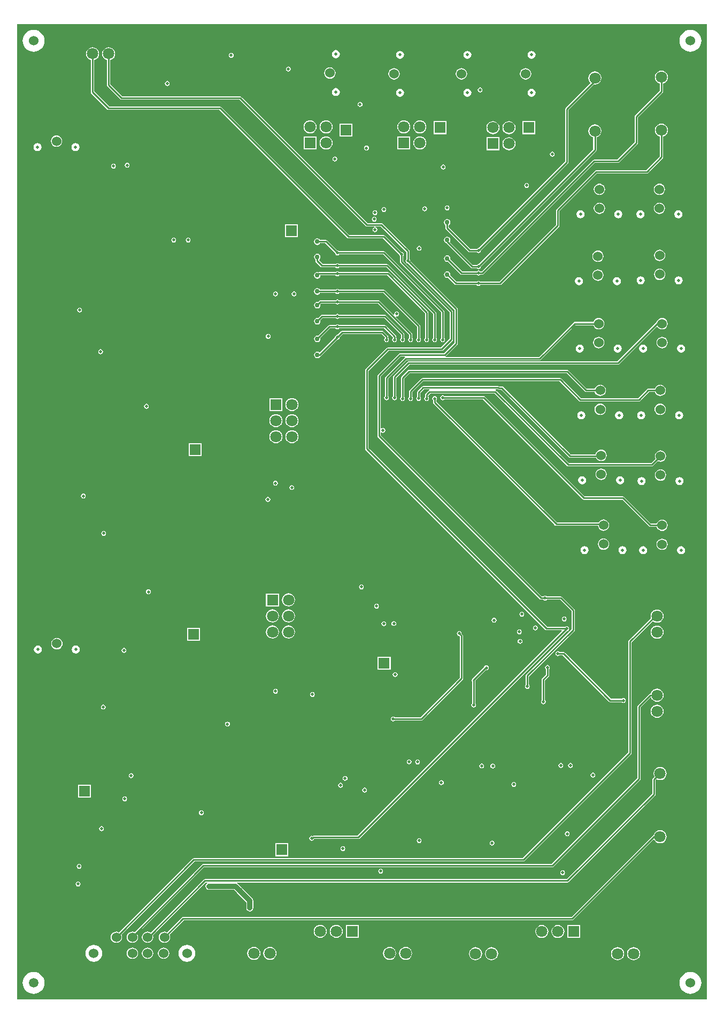
<source format=gbl>
G04 Layer_Physical_Order=4*
G04 Layer_Color=16711680*
%FSLAX25Y25*%
%MOIN*%
G70*
G01*
G75*
%ADD39C,0.03000*%
%ADD41C,0.01000*%
%ADD43C,0.03200*%
%ADD46O,0.07087X0.04331*%
%ADD47C,0.06000*%
%ADD48C,0.05905*%
%ADD49C,0.07087*%
%ADD50C,0.01968*%
%ADD51R,0.07087X0.07087*%
%ADD52R,0.07087X0.07087*%
%ADD53C,0.02000*%
G36*
X628500Y556500D02*
X198500D01*
Y1164000D01*
X628500D01*
Y556500D01*
D02*
G37*
%LPC*%
G36*
X511500Y787029D02*
X510915Y786913D01*
X510419Y786581D01*
X510087Y786085D01*
X509971Y785500D01*
X510087Y784915D01*
X510419Y784419D01*
X510915Y784087D01*
X511500Y783971D01*
X512085Y784087D01*
X512581Y784419D01*
X512913Y784915D01*
X513029Y785500D01*
X512913Y786085D01*
X512581Y786581D01*
X512085Y786913D01*
X511500Y787029D01*
D02*
G37*
G36*
X245500Y1149578D02*
X244444Y1149439D01*
X243461Y1149032D01*
X242616Y1148384D01*
X241968Y1147539D01*
X241561Y1146556D01*
X241422Y1145500D01*
X241561Y1144444D01*
X241968Y1143461D01*
X242616Y1142616D01*
X243461Y1141968D01*
X244444Y1141561D01*
X244480Y1141556D01*
Y1121500D01*
X244558Y1121110D01*
X244779Y1120779D01*
X254779Y1110779D01*
X255110Y1110558D01*
X255500Y1110480D01*
X324578D01*
X404279Y1030779D01*
X404610Y1030558D01*
X405000Y1030480D01*
X426578D01*
X436485Y1020573D01*
X436471Y1020500D01*
X436587Y1019915D01*
X436919Y1019419D01*
X436980Y1019377D01*
Y1016000D01*
X437058Y1015610D01*
X437279Y1015279D01*
X467980Y984578D01*
Y967922D01*
X462578Y962520D01*
X429500D01*
X429110Y962442D01*
X428779Y962221D01*
X415779Y949221D01*
X415558Y948890D01*
X415480Y948500D01*
Y899500D01*
X415558Y899110D01*
X415779Y898779D01*
X527779Y786779D01*
X528110Y786558D01*
X528500Y786480D01*
X537885D01*
X538077Y786019D01*
X410578Y658520D01*
X383000D01*
X382610Y658442D01*
X382571Y658416D01*
X382000Y658529D01*
X381415Y658413D01*
X380919Y658081D01*
X380587Y657585D01*
X380471Y657000D01*
X380587Y656415D01*
X380919Y655919D01*
X381415Y655587D01*
X382000Y655471D01*
X382585Y655587D01*
X383081Y655919D01*
X383413Y656415D01*
X383426Y656480D01*
X411000D01*
X411390Y656558D01*
X411721Y656779D01*
X540927Y785985D01*
X541000Y785971D01*
X541585Y786087D01*
X542081Y786419D01*
X542413Y786915D01*
X542529Y787500D01*
X542413Y788085D01*
X542081Y788581D01*
X541585Y788913D01*
X541000Y789029D01*
X540415Y788913D01*
X539919Y788581D01*
X539877Y788520D01*
X528922D01*
X417520Y899922D01*
Y948078D01*
X429922Y960480D01*
X463000D01*
X463390Y960558D01*
X463721Y960779D01*
X469721Y966779D01*
X469942Y967110D01*
X470020Y967500D01*
Y985000D01*
X469942Y985390D01*
X469721Y985721D01*
X439020Y1016422D01*
Y1019377D01*
X439081Y1019419D01*
X439413Y1019915D01*
X439529Y1020500D01*
X439413Y1021085D01*
X439081Y1021581D01*
X438585Y1021913D01*
X438000Y1022029D01*
X437927Y1022015D01*
X427721Y1032221D01*
X427390Y1032442D01*
X427000Y1032520D01*
X405422D01*
X325721Y1112221D01*
X325390Y1112442D01*
X325000Y1112520D01*
X255922D01*
X246520Y1121922D01*
Y1141556D01*
X246555Y1141561D01*
X247539Y1141968D01*
X248384Y1142616D01*
X249032Y1143461D01*
X249439Y1144444D01*
X249578Y1145500D01*
X249439Y1146556D01*
X249032Y1147539D01*
X248384Y1148384D01*
X247539Y1149032D01*
X246555Y1149439D01*
X245500Y1149578D01*
D02*
G37*
G36*
X521500Y789529D02*
X520915Y789413D01*
X520419Y789081D01*
X520087Y788585D01*
X519971Y788000D01*
X520087Y787415D01*
X520419Y786919D01*
X520915Y786587D01*
X521500Y786471D01*
X522085Y786587D01*
X522581Y786919D01*
X522913Y787415D01*
X523029Y788000D01*
X522913Y788585D01*
X522581Y789081D01*
X522085Y789413D01*
X521500Y789529D01*
D02*
G37*
G36*
X597335Y789362D02*
X596279Y789223D01*
X595295Y788815D01*
X594451Y788167D01*
X593803Y787323D01*
X593395Y786339D01*
X593257Y785284D01*
X593395Y784228D01*
X593803Y783244D01*
X594451Y782400D01*
X595295Y781752D01*
X596279Y781344D01*
X597335Y781205D01*
X598390Y781344D01*
X599374Y781752D01*
X600218Y782400D01*
X600867Y783244D01*
X601274Y784228D01*
X601413Y785284D01*
X601274Y786339D01*
X600867Y787323D01*
X600218Y788167D01*
X599374Y788815D01*
X598390Y789223D01*
X597335Y789362D01*
D02*
G37*
G36*
X357614Y789503D02*
X356559Y789364D01*
X355575Y788957D01*
X354730Y788309D01*
X354082Y787464D01*
X353675Y786481D01*
X353536Y785425D01*
X353675Y784370D01*
X354082Y783386D01*
X354730Y782542D01*
X355575Y781893D01*
X356559Y781486D01*
X357614Y781347D01*
X358670Y781486D01*
X359653Y781893D01*
X360498Y782542D01*
X361146Y783386D01*
X361553Y784370D01*
X361692Y785425D01*
X361553Y786481D01*
X361146Y787464D01*
X360498Y788309D01*
X359653Y788957D01*
X358670Y789364D01*
X357614Y789503D01*
D02*
G37*
G36*
X367614D02*
X366559Y789364D01*
X365575Y788957D01*
X364730Y788309D01*
X364082Y787464D01*
X363675Y786481D01*
X363536Y785425D01*
X363675Y784370D01*
X364082Y783386D01*
X364730Y782542D01*
X365575Y781893D01*
X366559Y781486D01*
X367614Y781347D01*
X368670Y781486D01*
X369653Y781893D01*
X370498Y782542D01*
X371146Y783386D01*
X371553Y784370D01*
X371692Y785425D01*
X371553Y786481D01*
X371146Y787464D01*
X370498Y788309D01*
X369653Y788957D01*
X368670Y789364D01*
X367614Y789503D01*
D02*
G37*
G36*
X427000Y792104D02*
X426415Y791988D01*
X425919Y791656D01*
X425587Y791160D01*
X425471Y790575D01*
X425587Y789990D01*
X425919Y789493D01*
X426415Y789162D01*
X427000Y789045D01*
X427585Y789162D01*
X428081Y789493D01*
X428413Y789990D01*
X428529Y790575D01*
X428413Y791160D01*
X428081Y791656D01*
X427585Y791988D01*
X427000Y792104D01*
D02*
G37*
G36*
X357614Y799503D02*
X356559Y799365D01*
X355575Y798957D01*
X354730Y798309D01*
X354082Y797464D01*
X353675Y796481D01*
X353536Y795425D01*
X353675Y794370D01*
X354082Y793386D01*
X354730Y792542D01*
X355575Y791893D01*
X356559Y791486D01*
X357614Y791347D01*
X358670Y791486D01*
X359653Y791893D01*
X360498Y792542D01*
X361146Y793386D01*
X361553Y794370D01*
X361692Y795425D01*
X361553Y796481D01*
X361146Y797464D01*
X360498Y798309D01*
X359653Y798957D01*
X358670Y799365D01*
X357614Y799503D01*
D02*
G37*
G36*
X367614D02*
X366559Y799365D01*
X365575Y798957D01*
X364730Y798309D01*
X364082Y797464D01*
X363675Y796481D01*
X363536Y795425D01*
X363675Y794370D01*
X364082Y793386D01*
X364730Y792542D01*
X365575Y791893D01*
X366559Y791486D01*
X367614Y791347D01*
X368670Y791486D01*
X369653Y791893D01*
X370498Y792542D01*
X371146Y793386D01*
X371553Y794370D01*
X371692Y795425D01*
X371553Y796481D01*
X371146Y797464D01*
X370498Y798309D01*
X369653Y798957D01*
X368670Y799365D01*
X367614Y799503D01*
D02*
G37*
G36*
X539500Y795029D02*
X538915Y794913D01*
X538419Y794581D01*
X538087Y794085D01*
X537971Y793500D01*
X538087Y792915D01*
X538419Y792419D01*
X538915Y792087D01*
X539500Y791971D01*
X540085Y792087D01*
X540581Y792419D01*
X540913Y792915D01*
X541029Y793500D01*
X540913Y794085D01*
X540581Y794581D01*
X540085Y794913D01*
X539500Y795029D01*
D02*
G37*
G36*
X433248Y792250D02*
X432663Y792133D01*
X432167Y791802D01*
X431835Y791306D01*
X431719Y790721D01*
X431835Y790135D01*
X432167Y789639D01*
X432663Y789307D01*
X433248Y789191D01*
X433833Y789307D01*
X434330Y789639D01*
X434661Y790135D01*
X434777Y790721D01*
X434661Y791306D01*
X434330Y791802D01*
X433833Y792133D01*
X433248Y792250D01*
D02*
G37*
G36*
X597335Y799362D02*
X596279Y799223D01*
X595295Y798815D01*
X594451Y798167D01*
X593803Y797323D01*
X593395Y796339D01*
X593257Y795284D01*
X593395Y794228D01*
X593510Y793952D01*
X579779Y780221D01*
X579558Y779890D01*
X579480Y779500D01*
Y710422D01*
X513578Y644520D01*
X308500D01*
X308110Y644442D01*
X307779Y644221D01*
X261988Y598430D01*
X261162Y598772D01*
X260248Y598892D01*
X259334Y598772D01*
X258483Y598419D01*
X257752Y597858D01*
X257191Y597127D01*
X256838Y596276D01*
X256718Y595362D01*
X256838Y594449D01*
X257191Y593597D01*
X257752Y592866D01*
X258483Y592305D01*
X259334Y591952D01*
X260248Y591832D01*
X261162Y591952D01*
X262013Y592305D01*
X262744Y592866D01*
X263305Y593597D01*
X263658Y594449D01*
X263778Y595362D01*
X263658Y596276D01*
X263383Y596941D01*
X308922Y642480D01*
X514000D01*
X514390Y642558D01*
X514721Y642779D01*
X581221Y709279D01*
X581442Y709610D01*
X581520Y710000D01*
Y779078D01*
X594672Y792230D01*
X595295Y791752D01*
X596279Y791344D01*
X597335Y791205D01*
X598390Y791344D01*
X599374Y791752D01*
X600218Y792400D01*
X600867Y793244D01*
X601274Y794228D01*
X601413Y795284D01*
X601274Y796339D01*
X600867Y797323D01*
X600218Y798167D01*
X599374Y798815D01*
X598390Y799223D01*
X597335Y799362D01*
D02*
G37*
G36*
X495764Y794293D02*
X495179Y794177D01*
X494682Y793845D01*
X494351Y793349D01*
X494234Y792764D01*
X494351Y792178D01*
X494682Y791682D01*
X495179Y791351D01*
X495764Y791234D01*
X496349Y791351D01*
X496845Y791682D01*
X497177Y792178D01*
X497293Y792764D01*
X497177Y793349D01*
X496845Y793845D01*
X496349Y794177D01*
X495764Y794293D01*
D02*
G37*
G36*
X359500Y750029D02*
X358915Y749913D01*
X358419Y749581D01*
X358087Y749085D01*
X357971Y748500D01*
X358087Y747915D01*
X358419Y747419D01*
X358915Y747087D01*
X359500Y746971D01*
X360085Y747087D01*
X360581Y747419D01*
X360913Y747915D01*
X361029Y748500D01*
X360913Y749085D01*
X360581Y749581D01*
X360085Y749913D01*
X359500Y750029D01*
D02*
G37*
G36*
X434085Y760444D02*
X433500Y760328D01*
X433004Y759996D01*
X432672Y759500D01*
X432556Y758915D01*
X432672Y758330D01*
X433004Y757833D01*
X433500Y757502D01*
X434085Y757386D01*
X434670Y757502D01*
X435167Y757833D01*
X435498Y758330D01*
X435614Y758915D01*
X435498Y759500D01*
X435167Y759996D01*
X434670Y760328D01*
X434085Y760444D01*
D02*
G37*
G36*
X490957Y764600D02*
X490371Y764484D01*
X489875Y764152D01*
X489544Y763656D01*
X489530Y763586D01*
X482039Y756095D01*
X481818Y755764D01*
X481740Y755374D01*
X481818Y754984D01*
X481980Y754740D01*
Y741123D01*
X481919Y741081D01*
X481587Y740585D01*
X481471Y740000D01*
X481587Y739415D01*
X481919Y738919D01*
X482415Y738587D01*
X483000Y738471D01*
X483585Y738587D01*
X484081Y738919D01*
X484413Y739415D01*
X484529Y740000D01*
X484413Y740585D01*
X484081Y741081D01*
X484020Y741123D01*
Y755134D01*
X484010Y755182D01*
X490467Y761639D01*
X490957Y761542D01*
X491542Y761658D01*
X492038Y761989D01*
X492370Y762486D01*
X492486Y763071D01*
X492370Y763656D01*
X492038Y764152D01*
X491542Y764484D01*
X490957Y764600D01*
D02*
G37*
G36*
X535500Y773529D02*
X534915Y773413D01*
X534419Y773081D01*
X534087Y772585D01*
X533971Y772000D01*
X534087Y771415D01*
X534419Y770919D01*
X534915Y770587D01*
X535500Y770471D01*
X536085Y770587D01*
X536581Y770919D01*
X536623Y770980D01*
X538578D01*
X567472Y742086D01*
X567803Y741865D01*
X568193Y741787D01*
X575224D01*
X575265Y741726D01*
X575761Y741394D01*
X576346Y741278D01*
X576932Y741394D01*
X577428Y741726D01*
X577759Y742222D01*
X577876Y742807D01*
X577759Y743392D01*
X577428Y743889D01*
X576932Y744220D01*
X576346Y744337D01*
X575761Y744220D01*
X575265Y743889D01*
X575224Y743827D01*
X568615D01*
X539721Y772721D01*
X539390Y772942D01*
X539000Y773020D01*
X536623D01*
X536581Y773081D01*
X536085Y773413D01*
X535500Y773529D01*
D02*
G37*
G36*
X597335Y750149D02*
X596279Y750010D01*
X595296Y749603D01*
X594451Y748955D01*
X593803Y748110D01*
X593395Y747126D01*
X593391Y747090D01*
X593071D01*
X592681Y747013D01*
X592350Y746792D01*
X585279Y739721D01*
X585058Y739390D01*
X584980Y739000D01*
Y694422D01*
X531578Y641020D01*
X314500D01*
X314110Y640942D01*
X313779Y640721D01*
X271634Y598576D01*
X271162Y598772D01*
X270248Y598892D01*
X269334Y598772D01*
X268483Y598419D01*
X267752Y597858D01*
X267191Y597127D01*
X266838Y596276D01*
X266718Y595362D01*
X266838Y594449D01*
X267191Y593597D01*
X267752Y592866D01*
X268483Y592305D01*
X269334Y591952D01*
X270248Y591832D01*
X271162Y591952D01*
X272013Y592305D01*
X272744Y592866D01*
X273305Y593597D01*
X273658Y594449D01*
X273778Y595362D01*
X273658Y596276D01*
X273305Y597127D01*
X273203Y597261D01*
X314922Y638980D01*
X532000D01*
X532390Y639058D01*
X532721Y639279D01*
X586721Y693279D01*
X586942Y693610D01*
X587020Y694000D01*
Y738578D01*
X593095Y744653D01*
X593586Y744556D01*
X593803Y744032D01*
X594451Y743187D01*
X595296Y742539D01*
X596279Y742132D01*
X597335Y741993D01*
X598390Y742132D01*
X599374Y742539D01*
X600218Y743187D01*
X600867Y744032D01*
X601274Y745015D01*
X601413Y746071D01*
X601274Y747126D01*
X600867Y748110D01*
X600218Y748955D01*
X599374Y749603D01*
X598390Y750010D01*
X597335Y750149D01*
D02*
G37*
G36*
X382500Y748029D02*
X381915Y747913D01*
X381419Y747581D01*
X381087Y747085D01*
X380971Y746500D01*
X381087Y745915D01*
X381419Y745419D01*
X381915Y745087D01*
X382500Y744971D01*
X383085Y745087D01*
X383581Y745419D01*
X383913Y745915D01*
X384029Y746500D01*
X383913Y747085D01*
X383581Y747581D01*
X383085Y747913D01*
X382500Y748029D01*
D02*
G37*
G36*
X431268Y770102D02*
X423181D01*
Y762016D01*
X431268D01*
Y770102D01*
D02*
G37*
G36*
X223189Y781731D02*
X222275Y781611D01*
X221424Y781258D01*
X220693Y780697D01*
X220132Y779966D01*
X219779Y779114D01*
X219659Y778201D01*
X219779Y777287D01*
X220132Y776436D01*
X220693Y775705D01*
X221424Y775143D01*
X222275Y774791D01*
X223189Y774671D01*
X224103Y774791D01*
X224954Y775143D01*
X225685Y775705D01*
X226246Y776436D01*
X226599Y777287D01*
X226719Y778201D01*
X226599Y779114D01*
X226246Y779966D01*
X225685Y780697D01*
X224954Y781258D01*
X224103Y781611D01*
X223189Y781731D01*
D02*
G37*
G36*
X511957Y781100D02*
X511371Y780984D01*
X510875Y780652D01*
X510544Y780156D01*
X510427Y779571D01*
X510544Y778986D01*
X510875Y778489D01*
X511371Y778158D01*
X511957Y778042D01*
X512542Y778158D01*
X513038Y778489D01*
X513370Y778986D01*
X513486Y779571D01*
X513370Y780156D01*
X513038Y780652D01*
X512542Y780984D01*
X511957Y781100D01*
D02*
G37*
G36*
X312543Y788043D02*
X304457D01*
Y779957D01*
X312543D01*
Y788043D01*
D02*
G37*
G36*
X211378Y777017D02*
X210415Y776825D01*
X209598Y776280D01*
X209053Y775463D01*
X208861Y774500D01*
X209053Y773537D01*
X209598Y772720D01*
X210415Y772175D01*
X211378Y771983D01*
X212341Y772175D01*
X213158Y772720D01*
X213703Y773537D01*
X213895Y774500D01*
X213703Y775463D01*
X213158Y776280D01*
X212341Y776825D01*
X211378Y777017D01*
D02*
G37*
G36*
X235000D02*
X234037Y776825D01*
X233220Y776280D01*
X232675Y775463D01*
X232483Y774500D01*
X232675Y773537D01*
X233220Y772720D01*
X234037Y772175D01*
X235000Y771983D01*
X235963Y772175D01*
X236780Y772720D01*
X237325Y773537D01*
X237517Y774500D01*
X237325Y775463D01*
X236780Y776280D01*
X235963Y776825D01*
X235000Y777017D01*
D02*
G37*
G36*
X265000Y775529D02*
X264415Y775413D01*
X263919Y775081D01*
X263587Y774585D01*
X263471Y774000D01*
X263587Y773415D01*
X263919Y772919D01*
X264415Y772587D01*
X265000Y772471D01*
X265585Y772587D01*
X266081Y772919D01*
X266413Y773415D01*
X266529Y774000D01*
X266413Y774585D01*
X266081Y775081D01*
X265585Y775413D01*
X265000Y775529D01*
D02*
G37*
G36*
X513035Y798022D02*
X512450Y797905D01*
X511954Y797574D01*
X511622Y797077D01*
X511506Y796492D01*
X511622Y795907D01*
X511954Y795411D01*
X512450Y795079D01*
X513035Y794963D01*
X513621Y795079D01*
X514117Y795411D01*
X514448Y795907D01*
X514565Y796492D01*
X514448Y797077D01*
X514117Y797574D01*
X513621Y797905D01*
X513035Y798022D01*
D02*
G37*
G36*
X369661Y876876D02*
X369076Y876760D01*
X368580Y876428D01*
X368248Y875932D01*
X368132Y875346D01*
X368248Y874761D01*
X368580Y874265D01*
X369076Y873934D01*
X369661Y873817D01*
X370247Y873934D01*
X370743Y874265D01*
X371074Y874761D01*
X371191Y875346D01*
X371074Y875932D01*
X370743Y876428D01*
X370247Y876760D01*
X369661Y876876D01*
D02*
G37*
G36*
X359480Y879632D02*
X358895Y879515D01*
X358399Y879184D01*
X358067Y878688D01*
X357951Y878102D01*
X358067Y877517D01*
X358399Y877021D01*
X358895Y876689D01*
X359480Y876573D01*
X360066Y876689D01*
X360562Y877021D01*
X360893Y877517D01*
X361010Y878102D01*
X360893Y878688D01*
X360562Y879184D01*
X360066Y879515D01*
X359480Y879632D01*
D02*
G37*
G36*
X587689Y881974D02*
X586726Y881782D01*
X585909Y881236D01*
X585364Y880420D01*
X585172Y879457D01*
X585364Y878493D01*
X585909Y877677D01*
X586726Y877131D01*
X587689Y876940D01*
X588652Y877131D01*
X589469Y877677D01*
X590014Y878493D01*
X590206Y879457D01*
X590014Y880420D01*
X589469Y881236D01*
X588652Y881782D01*
X587689Y881974D01*
D02*
G37*
G36*
X458677Y932313D02*
X458092Y932197D01*
X457596Y931865D01*
X457264Y931369D01*
X457148Y930783D01*
X457264Y930198D01*
X457596Y929702D01*
X457658Y929661D01*
Y928429D01*
X457735Y928039D01*
X457956Y927708D01*
X533885Y851779D01*
X534216Y851558D01*
X534606Y851480D01*
X560534D01*
X560590Y851055D01*
X560943Y850203D01*
X561504Y849472D01*
X562235Y848911D01*
X563086Y848559D01*
X564000Y848438D01*
X564914Y848559D01*
X565765Y848911D01*
X566496Y849472D01*
X567057Y850203D01*
X567410Y851055D01*
X567530Y851968D01*
X567410Y852882D01*
X567057Y853734D01*
X566496Y854465D01*
X565765Y855026D01*
X564914Y855378D01*
X564000Y855499D01*
X563086Y855378D01*
X562235Y855026D01*
X561504Y854465D01*
X560943Y853734D01*
X560854Y853520D01*
X535029D01*
X459697Y928852D01*
Y929661D01*
X459759Y929702D01*
X460090Y930198D01*
X460207Y930783D01*
X460090Y931369D01*
X459759Y931865D01*
X459262Y932197D01*
X458677Y932313D01*
D02*
G37*
G36*
X354740Y869514D02*
X354155Y869397D01*
X353659Y869066D01*
X353327Y868570D01*
X353211Y867984D01*
X353327Y867399D01*
X353659Y866903D01*
X354155Y866571D01*
X354740Y866455D01*
X355325Y866571D01*
X355822Y866903D01*
X356153Y867399D01*
X356270Y867984D01*
X356153Y868570D01*
X355822Y869066D01*
X355325Y869397D01*
X354740Y869514D01*
D02*
G37*
G36*
X239689Y871636D02*
X239104Y871519D01*
X238608Y871188D01*
X238276Y870692D01*
X238160Y870106D01*
X238276Y869521D01*
X238608Y869025D01*
X239104Y868693D01*
X239689Y868577D01*
X240274Y868693D01*
X240770Y869025D01*
X241102Y869521D01*
X241218Y870106D01*
X241102Y870692D01*
X240770Y871188D01*
X240274Y871519D01*
X239689Y871636D01*
D02*
G37*
G36*
X611311Y881974D02*
X610348Y881782D01*
X609531Y881236D01*
X608986Y880420D01*
X608794Y879457D01*
X608986Y878493D01*
X609531Y877677D01*
X610348Y877131D01*
X611311Y876940D01*
X612274Y877131D01*
X613091Y877677D01*
X613636Y878493D01*
X613828Y879457D01*
X613636Y880420D01*
X613091Y881236D01*
X612274Y881782D01*
X611311Y881974D01*
D02*
G37*
G36*
X562500Y887188D02*
X561586Y887067D01*
X560735Y886715D01*
X560004Y886154D01*
X559443Y885423D01*
X559090Y884571D01*
X558970Y883657D01*
X559090Y882744D01*
X559443Y881892D01*
X560004Y881161D01*
X560735Y880600D01*
X561586Y880248D01*
X562500Y880127D01*
X563414Y880248D01*
X564265Y880600D01*
X564996Y881161D01*
X565557Y881892D01*
X565910Y882744D01*
X566030Y883657D01*
X565910Y884571D01*
X565557Y885423D01*
X564996Y886154D01*
X564265Y886715D01*
X563414Y887067D01*
X562500Y887188D01*
D02*
G37*
G36*
X498547Y938520D02*
X451500D01*
X451110Y938442D01*
X450779Y938221D01*
X447956Y935398D01*
X447735Y935067D01*
X447658Y934677D01*
Y931934D01*
X447596Y931892D01*
X447264Y931396D01*
X447148Y930811D01*
X447264Y930226D01*
X447596Y929730D01*
X448092Y929398D01*
X448677Y929282D01*
X449262Y929398D01*
X449759Y929730D01*
X450090Y930226D01*
X450207Y930811D01*
X450090Y931396D01*
X449759Y931892D01*
X449697Y931934D01*
Y934255D01*
X451922Y936480D01*
X455254D01*
X455303Y935980D01*
X455110Y935942D01*
X454779Y935721D01*
X452956Y933898D01*
X452735Y933567D01*
X452658Y933177D01*
Y931906D01*
X452596Y931865D01*
X452264Y931369D01*
X452148Y930783D01*
X452264Y930198D01*
X452596Y929702D01*
X453092Y929370D01*
X453677Y929254D01*
X454262Y929370D01*
X454759Y929702D01*
X455090Y930198D01*
X455206Y930783D01*
X455090Y931369D01*
X454759Y931865D01*
X454697Y931906D01*
Y932755D01*
X455922Y933980D01*
X496078D01*
X541279Y888779D01*
X541610Y888558D01*
X542000Y888480D01*
X594031D01*
X594422Y888558D01*
X594753Y888779D01*
X597841Y891867D01*
X598586Y891559D01*
X599500Y891438D01*
X600414Y891559D01*
X601265Y891911D01*
X601996Y892472D01*
X602557Y893203D01*
X602910Y894055D01*
X603030Y894969D01*
X602910Y895882D01*
X602557Y896734D01*
X601996Y897465D01*
X601265Y898026D01*
X600414Y898378D01*
X599500Y898499D01*
X598586Y898378D01*
X597735Y898026D01*
X597004Y897465D01*
X596443Y896734D01*
X596090Y895882D01*
X595970Y894969D01*
X596090Y894055D01*
X596399Y893309D01*
X593609Y890520D01*
X542422D01*
X497221Y935721D01*
X496890Y935942D01*
X496697Y935980D01*
X496746Y936480D01*
X498341D01*
X498598Y936429D01*
X500129D01*
X542279Y894279D01*
X542610Y894058D01*
X543000Y893980D01*
X559328D01*
X559443Y893703D01*
X560004Y892972D01*
X560735Y892411D01*
X561586Y892059D01*
X562500Y891938D01*
X563414Y892059D01*
X564265Y892411D01*
X564996Y892972D01*
X565557Y893703D01*
X565910Y894555D01*
X566030Y895469D01*
X565910Y896382D01*
X565557Y897234D01*
X564996Y897965D01*
X564265Y898526D01*
X563414Y898878D01*
X562500Y898999D01*
X561586Y898878D01*
X560735Y898526D01*
X560004Y897965D01*
X559443Y897234D01*
X559090Y896382D01*
X559042Y896020D01*
X543422D01*
X501272Y938170D01*
X500941Y938391D01*
X500551Y938468D01*
X498804D01*
X498547Y938520D01*
D02*
G37*
G36*
X313535Y903028D02*
X305449D01*
Y894941D01*
X313535D01*
Y903028D01*
D02*
G37*
G36*
X550689Y882474D02*
X549726Y882282D01*
X548909Y881736D01*
X548364Y880920D01*
X548172Y879957D01*
X548364Y878994D01*
X548909Y878177D01*
X549726Y877631D01*
X550689Y877440D01*
X551652Y877631D01*
X552469Y878177D01*
X553014Y878994D01*
X553206Y879957D01*
X553014Y880920D01*
X552469Y881736D01*
X551652Y882282D01*
X550689Y882474D01*
D02*
G37*
G36*
X574311D02*
X573348Y882282D01*
X572531Y881736D01*
X571986Y880920D01*
X571794Y879957D01*
X571986Y878994D01*
X572531Y878177D01*
X573348Y877631D01*
X574311Y877440D01*
X575274Y877631D01*
X576091Y878177D01*
X576636Y878994D01*
X576828Y879957D01*
X576636Y880920D01*
X576091Y881736D01*
X575274Y882282D01*
X574311Y882474D01*
D02*
G37*
G36*
X599500Y886688D02*
X598586Y886567D01*
X597735Y886215D01*
X597004Y885654D01*
X596443Y884923D01*
X596090Y884071D01*
X595970Y883158D01*
X596090Y882244D01*
X596443Y881392D01*
X597004Y880661D01*
X597735Y880100D01*
X598586Y879748D01*
X599500Y879627D01*
X600414Y879748D01*
X601265Y880100D01*
X601996Y880661D01*
X602557Y881392D01*
X602910Y882244D01*
X603030Y883158D01*
X602910Y884071D01*
X602557Y884923D01*
X601996Y885654D01*
X601265Y886215D01*
X600414Y886567D01*
X599500Y886688D01*
D02*
G37*
G36*
X280279Y811966D02*
X279694Y811850D01*
X279198Y811518D01*
X278867Y811022D01*
X278750Y810437D01*
X278867Y809852D01*
X279198Y809356D01*
X279694Y809024D01*
X280279Y808908D01*
X280865Y809024D01*
X281361Y809356D01*
X281693Y809852D01*
X281809Y810437D01*
X281693Y811022D01*
X281361Y811518D01*
X280865Y811850D01*
X280279Y811966D01*
D02*
G37*
G36*
X413000Y815029D02*
X412415Y814913D01*
X411919Y814581D01*
X411587Y814085D01*
X411471Y813500D01*
X411587Y812915D01*
X411919Y812419D01*
X412415Y812087D01*
X413000Y811971D01*
X413585Y812087D01*
X414081Y812419D01*
X414413Y812915D01*
X414529Y813500D01*
X414413Y814085D01*
X414081Y814581D01*
X413585Y814913D01*
X413000Y815029D01*
D02*
G37*
G36*
X588689Y838879D02*
X587726Y838688D01*
X586909Y838142D01*
X586364Y837325D01*
X586172Y836362D01*
X586364Y835399D01*
X586909Y834583D01*
X587726Y834037D01*
X588689Y833845D01*
X589652Y834037D01*
X590469Y834583D01*
X591014Y835399D01*
X591206Y836362D01*
X591014Y837325D01*
X590469Y838142D01*
X589652Y838688D01*
X588689Y838879D01*
D02*
G37*
G36*
X422500Y803029D02*
X421915Y802913D01*
X421419Y802581D01*
X421087Y802085D01*
X420971Y801500D01*
X421087Y800915D01*
X421419Y800419D01*
X421915Y800087D01*
X422500Y799971D01*
X423085Y800087D01*
X423581Y800419D01*
X423913Y800915D01*
X424029Y801500D01*
X423913Y802085D01*
X423581Y802581D01*
X423085Y802913D01*
X422500Y803029D01*
D02*
G37*
G36*
X367614Y809503D02*
X366559Y809365D01*
X365575Y808957D01*
X364730Y808309D01*
X364082Y807464D01*
X363675Y806481D01*
X363536Y805425D01*
X363675Y804370D01*
X364082Y803386D01*
X364730Y802542D01*
X365575Y801893D01*
X366559Y801486D01*
X367614Y801347D01*
X368670Y801486D01*
X369653Y801893D01*
X370498Y802542D01*
X371146Y803386D01*
X371553Y804370D01*
X371692Y805425D01*
X371553Y806481D01*
X371146Y807464D01*
X370498Y808309D01*
X369653Y808957D01*
X368670Y809365D01*
X367614Y809503D01*
D02*
G37*
G36*
X361658Y809468D02*
X353571D01*
Y801382D01*
X361658D01*
Y809468D01*
D02*
G37*
G36*
X612311Y838879D02*
X611348Y838688D01*
X610531Y838142D01*
X609986Y837325D01*
X609794Y836362D01*
X609986Y835399D01*
X610531Y834583D01*
X611348Y834037D01*
X612311Y833845D01*
X613274Y834037D01*
X614091Y834583D01*
X614636Y835399D01*
X614828Y836362D01*
X614636Y837325D01*
X614091Y838142D01*
X613274Y838688D01*
X612311Y838879D01*
D02*
G37*
G36*
X564000Y843688D02*
X563086Y843567D01*
X562235Y843215D01*
X561504Y842654D01*
X560943Y841923D01*
X560590Y841071D01*
X560470Y840158D01*
X560590Y839244D01*
X560943Y838392D01*
X561504Y837661D01*
X562235Y837100D01*
X563086Y836748D01*
X564000Y836627D01*
X564914Y836748D01*
X565765Y837100D01*
X566496Y837661D01*
X567057Y838392D01*
X567410Y839244D01*
X567530Y840158D01*
X567410Y841071D01*
X567057Y841923D01*
X566496Y842654D01*
X565765Y843215D01*
X564914Y843567D01*
X564000Y843688D01*
D02*
G37*
G36*
X252378Y848376D02*
X251793Y848260D01*
X251296Y847928D01*
X250965Y847432D01*
X250849Y846846D01*
X250965Y846261D01*
X251296Y845765D01*
X251793Y845434D01*
X252378Y845317D01*
X252963Y845434D01*
X253459Y845765D01*
X253791Y846261D01*
X253907Y846846D01*
X253791Y847432D01*
X253459Y847928D01*
X252963Y848260D01*
X252378Y848376D01*
D02*
G37*
G36*
X463677Y932813D02*
X463092Y932697D01*
X462596Y932365D01*
X462264Y931869D01*
X462148Y931283D01*
X462264Y930698D01*
X462596Y930202D01*
X463092Y929871D01*
X463677Y929754D01*
X464262Y929871D01*
X464759Y930202D01*
X464800Y930264D01*
X488865D01*
X551023Y868106D01*
X551354Y867885D01*
X551744Y867807D01*
X575751D01*
X592405Y851153D01*
X592736Y850932D01*
X593126Y850854D01*
X597134D01*
X597443Y850109D01*
X598004Y849378D01*
X598735Y848817D01*
X599586Y848464D01*
X600500Y848344D01*
X601414Y848464D01*
X602265Y848817D01*
X602996Y849378D01*
X603557Y850109D01*
X603910Y850960D01*
X604030Y851874D01*
X603910Y852788D01*
X603557Y853639D01*
X602996Y854370D01*
X602265Y854931D01*
X601414Y855284D01*
X600500Y855404D01*
X599586Y855284D01*
X598735Y854931D01*
X598004Y854370D01*
X597443Y853639D01*
X597134Y852894D01*
X593548D01*
X576894Y869548D01*
X576563Y869769D01*
X576173Y869846D01*
X552166D01*
X490008Y932004D01*
X489678Y932226D01*
X489287Y932303D01*
X464800D01*
X464759Y932365D01*
X464262Y932697D01*
X463677Y932813D01*
D02*
G37*
G36*
X552189Y838974D02*
X551226Y838782D01*
X550409Y838236D01*
X549864Y837420D01*
X549672Y836457D01*
X549864Y835493D01*
X550409Y834677D01*
X551226Y834131D01*
X552189Y833940D01*
X553152Y834131D01*
X553969Y834677D01*
X554514Y835493D01*
X554706Y836457D01*
X554514Y837420D01*
X553969Y838236D01*
X553152Y838782D01*
X552189Y838974D01*
D02*
G37*
G36*
X575811D02*
X574848Y838782D01*
X574031Y838236D01*
X573486Y837420D01*
X573294Y836457D01*
X573486Y835493D01*
X574031Y834677D01*
X574848Y834131D01*
X575811Y833940D01*
X576774Y834131D01*
X577591Y834677D01*
X578136Y835493D01*
X578328Y836457D01*
X578136Y837420D01*
X577591Y838236D01*
X576774Y838782D01*
X575811Y838974D01*
D02*
G37*
G36*
X600500Y843593D02*
X599586Y843473D01*
X598735Y843120D01*
X598004Y842559D01*
X597443Y841828D01*
X597090Y840977D01*
X596970Y840063D01*
X597090Y839149D01*
X597443Y838298D01*
X598004Y837567D01*
X598735Y837006D01*
X599586Y836653D01*
X600500Y836533D01*
X601414Y836653D01*
X602265Y837006D01*
X602996Y837567D01*
X603557Y838298D01*
X603910Y839149D01*
X604030Y840063D01*
X603910Y840977D01*
X603557Y841828D01*
X602996Y842559D01*
X602265Y843120D01*
X601414Y843473D01*
X600500Y843593D01*
D02*
G37*
G36*
X529000Y764923D02*
X528415Y764807D01*
X527919Y764475D01*
X527587Y763979D01*
X527471Y763394D01*
X527587Y762808D01*
X527919Y762312D01*
X527980Y762271D01*
Y758816D01*
X525779Y756615D01*
X525558Y756284D01*
X525480Y755894D01*
Y743123D01*
X525419Y743081D01*
X525087Y742585D01*
X524971Y742000D01*
X525087Y741415D01*
X525419Y740919D01*
X525915Y740587D01*
X526500Y740471D01*
X527085Y740587D01*
X527581Y740919D01*
X527913Y741415D01*
X528029Y742000D01*
X527913Y742585D01*
X527581Y743081D01*
X527520Y743123D01*
Y755471D01*
X529721Y757673D01*
X529942Y758004D01*
X530020Y758394D01*
Y762271D01*
X530081Y762312D01*
X530413Y762808D01*
X530529Y763394D01*
X530413Y763979D01*
X530081Y764475D01*
X529585Y764807D01*
X529000Y764923D01*
D02*
G37*
G36*
X535528Y602999D02*
X534472Y602860D01*
X533489Y602453D01*
X532644Y601805D01*
X531996Y600960D01*
X531588Y599977D01*
X531449Y598921D01*
X531588Y597866D01*
X531996Y596882D01*
X532644Y596038D01*
X533489Y595390D01*
X534472Y594982D01*
X535528Y594843D01*
X536583Y594982D01*
X537567Y595390D01*
X538411Y596038D01*
X539059Y596882D01*
X539467Y597866D01*
X539606Y598921D01*
X539467Y599977D01*
X539059Y600960D01*
X538411Y601805D01*
X537567Y602453D01*
X536583Y602860D01*
X535528Y602999D01*
D02*
G37*
G36*
X549571Y602965D02*
X541484D01*
Y594878D01*
X549571D01*
Y602965D01*
D02*
G37*
G36*
X387327Y603129D02*
X386271Y602990D01*
X385288Y602583D01*
X384443Y601935D01*
X383795Y601090D01*
X383388Y600107D01*
X383249Y599051D01*
X383388Y597996D01*
X383795Y597012D01*
X384443Y596168D01*
X385288Y595519D01*
X386271Y595112D01*
X387327Y594973D01*
X388382Y595112D01*
X389366Y595519D01*
X390211Y596168D01*
X390859Y597012D01*
X391266Y597996D01*
X391405Y599051D01*
X391266Y600107D01*
X390859Y601090D01*
X390211Y601935D01*
X389366Y602583D01*
X388382Y602990D01*
X387327Y603129D01*
D02*
G37*
G36*
X279748Y588892D02*
X278834Y588772D01*
X277983Y588419D01*
X277252Y587858D01*
X276691Y587127D01*
X276338Y586276D01*
X276218Y585362D01*
X276338Y584448D01*
X276691Y583597D01*
X277252Y582866D01*
X277983Y582305D01*
X278834Y581952D01*
X279748Y581832D01*
X280662Y581952D01*
X281513Y582305D01*
X282244Y582866D01*
X282805Y583597D01*
X283158Y584448D01*
X283278Y585362D01*
X283158Y586276D01*
X282805Y587127D01*
X282244Y587858D01*
X281513Y588419D01*
X280662Y588772D01*
X279748Y588892D01*
D02*
G37*
G36*
X289748D02*
X288834Y588772D01*
X287983Y588419D01*
X287252Y587858D01*
X286691Y587127D01*
X286338Y586276D01*
X286218Y585362D01*
X286338Y584448D01*
X286691Y583597D01*
X287252Y582866D01*
X287983Y582305D01*
X288834Y581952D01*
X289748Y581832D01*
X290662Y581952D01*
X291513Y582305D01*
X292244Y582866D01*
X292805Y583597D01*
X293158Y584448D01*
X293278Y585362D01*
X293158Y586276D01*
X292805Y587127D01*
X292244Y587858D01*
X291513Y588419D01*
X290662Y588772D01*
X289748Y588892D01*
D02*
G37*
G36*
X525528Y602999D02*
X524472Y602860D01*
X523489Y602453D01*
X522644Y601805D01*
X521996Y600960D01*
X521588Y599977D01*
X521449Y598921D01*
X521588Y597866D01*
X521996Y596882D01*
X522644Y596038D01*
X523489Y595390D01*
X524472Y594982D01*
X525528Y594843D01*
X526583Y594982D01*
X527567Y595390D01*
X528411Y596038D01*
X529059Y596882D01*
X529467Y597866D01*
X529606Y598921D01*
X529467Y599977D01*
X529059Y600960D01*
X528411Y601805D01*
X527567Y602453D01*
X526583Y602860D01*
X525528Y602999D01*
D02*
G37*
G36*
X397327Y603129D02*
X396271Y602990D01*
X395288Y602583D01*
X394443Y601935D01*
X393795Y601090D01*
X393388Y600107D01*
X393249Y599051D01*
X393388Y597996D01*
X393795Y597012D01*
X394443Y596168D01*
X395288Y595519D01*
X396271Y595112D01*
X397327Y594973D01*
X398382Y595112D01*
X399366Y595519D01*
X400211Y596168D01*
X400859Y597012D01*
X401266Y597996D01*
X401405Y599051D01*
X401266Y600107D01*
X400859Y601090D01*
X400211Y601935D01*
X399366Y602583D01*
X398382Y602990D01*
X397327Y603129D01*
D02*
G37*
G36*
X425000Y638029D02*
X424415Y637913D01*
X423919Y637581D01*
X423587Y637085D01*
X423471Y636500D01*
X423587Y635915D01*
X423919Y635419D01*
X424415Y635087D01*
X425000Y634971D01*
X425585Y635087D01*
X426081Y635419D01*
X426413Y635915D01*
X426529Y636500D01*
X426413Y637085D01*
X426081Y637581D01*
X425585Y637913D01*
X425000Y638029D01*
D02*
G37*
G36*
X237000Y641029D02*
X236415Y640913D01*
X235919Y640581D01*
X235587Y640085D01*
X235471Y639500D01*
X235587Y638915D01*
X235919Y638419D01*
X236415Y638087D01*
X237000Y637971D01*
X237585Y638087D01*
X238081Y638419D01*
X238413Y638915D01*
X238529Y639500D01*
X238413Y640085D01*
X238081Y640581D01*
X237585Y640913D01*
X237000Y641029D01*
D02*
G37*
G36*
X367543Y653870D02*
X359457D01*
Y645784D01*
X367543D01*
Y653870D01*
D02*
G37*
G36*
X411370Y603094D02*
X403284D01*
Y595008D01*
X411370D01*
Y603094D01*
D02*
G37*
G36*
X236405Y630029D02*
X235820Y629913D01*
X235324Y629581D01*
X234993Y629085D01*
X234876Y628500D01*
X234993Y627915D01*
X235324Y627419D01*
X235820Y627087D01*
X236405Y626971D01*
X236991Y627087D01*
X237487Y627419D01*
X237819Y627915D01*
X237935Y628500D01*
X237819Y629085D01*
X237487Y629581D01*
X236991Y629913D01*
X236405Y630029D01*
D02*
G37*
G36*
X538500Y637029D02*
X537915Y636913D01*
X537419Y636581D01*
X537087Y636085D01*
X536971Y635500D01*
X537087Y634915D01*
X537419Y634419D01*
X537915Y634087D01*
X538500Y633971D01*
X539085Y634087D01*
X539581Y634419D01*
X539913Y634915D01*
X540029Y635500D01*
X539913Y636085D01*
X539581Y636581D01*
X539085Y636913D01*
X538500Y637029D01*
D02*
G37*
G36*
X304264Y590632D02*
X302900Y590452D01*
X301629Y589926D01*
X300538Y589088D01*
X299700Y587997D01*
X299174Y586726D01*
X298994Y585362D01*
X299174Y583998D01*
X299700Y582727D01*
X300538Y581636D01*
X301629Y580799D01*
X302900Y580272D01*
X304264Y580093D01*
X305628Y580272D01*
X306898Y580799D01*
X307990Y581636D01*
X308827Y582727D01*
X309354Y583998D01*
X309533Y585362D01*
X309354Y586726D01*
X308827Y587997D01*
X307990Y589088D01*
X306898Y589926D01*
X305628Y590452D01*
X304264Y590632D01*
D02*
G37*
G36*
X484189Y589220D02*
X483134Y589081D01*
X482150Y588674D01*
X481305Y588026D01*
X480657Y587181D01*
X480250Y586197D01*
X480111Y585142D01*
X480250Y584086D01*
X480657Y583103D01*
X481305Y582258D01*
X482150Y581610D01*
X483134Y581203D01*
X484189Y581064D01*
X485245Y581203D01*
X486228Y581610D01*
X487073Y582258D01*
X487721Y583103D01*
X488128Y584086D01*
X488267Y585142D01*
X488128Y586197D01*
X487721Y587181D01*
X487073Y588026D01*
X486228Y588674D01*
X485245Y589081D01*
X484189Y589220D01*
D02*
G37*
G36*
X494189D02*
X493133Y589081D01*
X492150Y588674D01*
X491305Y588026D01*
X490657Y587181D01*
X490250Y586197D01*
X490111Y585142D01*
X490250Y584086D01*
X490657Y583103D01*
X491305Y582258D01*
X492150Y581610D01*
X493133Y581203D01*
X494189Y581064D01*
X495245Y581203D01*
X496228Y581610D01*
X497073Y582258D01*
X497721Y583103D01*
X498128Y584086D01*
X498267Y585142D01*
X498128Y586197D01*
X497721Y587181D01*
X497073Y588026D01*
X496228Y588674D01*
X495245Y589081D01*
X494189Y589220D01*
D02*
G37*
G36*
X208661Y573761D02*
X207329Y573630D01*
X206047Y573241D01*
X204866Y572610D01*
X203830Y571760D01*
X202981Y570725D01*
X202349Y569544D01*
X201961Y568262D01*
X201829Y566929D01*
X201961Y565596D01*
X202349Y564315D01*
X202981Y563133D01*
X203830Y562098D01*
X204866Y561248D01*
X206047Y560617D01*
X207329Y560228D01*
X208661Y560097D01*
X209994Y560228D01*
X211276Y560617D01*
X212457Y561248D01*
X213492Y562098D01*
X214342Y563133D01*
X214973Y564315D01*
X215362Y565596D01*
X215493Y566929D01*
X215362Y568262D01*
X214973Y569544D01*
X214342Y570725D01*
X213492Y571760D01*
X212457Y572610D01*
X211276Y573241D01*
X209994Y573630D01*
X208661Y573761D01*
D02*
G37*
G36*
X618110D02*
X616777Y573630D01*
X615496Y573241D01*
X614315Y572610D01*
X613279Y571760D01*
X612430Y570725D01*
X611798Y569544D01*
X611409Y568262D01*
X611278Y566929D01*
X611409Y565596D01*
X611798Y564315D01*
X612430Y563133D01*
X613279Y562098D01*
X614315Y561248D01*
X615496Y560617D01*
X616777Y560228D01*
X618110Y560097D01*
X619443Y560228D01*
X620725Y560617D01*
X621906Y561248D01*
X622941Y562098D01*
X623791Y563133D01*
X624422Y564315D01*
X624811Y565596D01*
X624942Y566929D01*
X624811Y568262D01*
X624422Y569544D01*
X623791Y570725D01*
X622941Y571760D01*
X621906Y572610D01*
X620725Y573241D01*
X619443Y573630D01*
X618110Y573761D01*
D02*
G37*
G36*
X246232Y590632D02*
X244868Y590452D01*
X243598Y589926D01*
X242506Y589088D01*
X241669Y587997D01*
X241142Y586726D01*
X240963Y585362D01*
X241142Y583998D01*
X241669Y582727D01*
X242506Y581636D01*
X243598Y580799D01*
X244868Y580272D01*
X246232Y580093D01*
X247596Y580272D01*
X248867Y580799D01*
X249958Y581636D01*
X250796Y582727D01*
X251322Y583998D01*
X251502Y585362D01*
X251322Y586726D01*
X250796Y587997D01*
X249958Y589088D01*
X248867Y589926D01*
X247596Y590452D01*
X246232Y590632D01*
D02*
G37*
G36*
X572772Y589220D02*
X571716Y589081D01*
X570733Y588674D01*
X569888Y588026D01*
X569240Y587181D01*
X568832Y586197D01*
X568693Y585142D01*
X568832Y584086D01*
X569240Y583103D01*
X569888Y582258D01*
X570733Y581610D01*
X571716Y581203D01*
X572772Y581064D01*
X573827Y581203D01*
X574811Y581610D01*
X575655Y582258D01*
X576303Y583103D01*
X576711Y584086D01*
X576850Y585142D01*
X576711Y586197D01*
X576303Y587181D01*
X575655Y588026D01*
X574811Y588674D01*
X573827Y589081D01*
X572772Y589220D01*
D02*
G37*
G36*
X430634Y589350D02*
X429578Y589211D01*
X428595Y588803D01*
X427750Y588155D01*
X427102Y587311D01*
X426695Y586327D01*
X426556Y585272D01*
X426695Y584216D01*
X427102Y583233D01*
X427750Y582388D01*
X428595Y581740D01*
X429578Y581332D01*
X430634Y581193D01*
X431689Y581332D01*
X432673Y581740D01*
X433518Y582388D01*
X434166Y583233D01*
X434573Y584216D01*
X434712Y585272D01*
X434573Y586327D01*
X434166Y587311D01*
X433518Y588155D01*
X432673Y588803D01*
X431689Y589211D01*
X430634Y589350D01*
D02*
G37*
G36*
X440634D02*
X439578Y589211D01*
X438595Y588803D01*
X437750Y588155D01*
X437102Y587311D01*
X436695Y586327D01*
X436556Y585272D01*
X436695Y584216D01*
X437102Y583233D01*
X437750Y582388D01*
X438595Y581740D01*
X439578Y581332D01*
X440634Y581193D01*
X441689Y581332D01*
X442673Y581740D01*
X443518Y582388D01*
X444166Y583233D01*
X444573Y584216D01*
X444712Y585272D01*
X444573Y586327D01*
X444166Y587311D01*
X443518Y588155D01*
X442673Y588803D01*
X441689Y589211D01*
X440634Y589350D01*
D02*
G37*
G36*
X270248Y588892D02*
X269334Y588772D01*
X268483Y588419D01*
X267752Y587858D01*
X267191Y587127D01*
X266838Y586276D01*
X266718Y585362D01*
X266838Y584448D01*
X267191Y583597D01*
X267752Y582866D01*
X268483Y582305D01*
X269334Y581952D01*
X270248Y581832D01*
X271162Y581952D01*
X272013Y582305D01*
X272744Y582866D01*
X273305Y583597D01*
X273658Y584448D01*
X273778Y585362D01*
X273658Y586276D01*
X273305Y587127D01*
X272744Y587858D01*
X272013Y588419D01*
X271162Y588772D01*
X270248Y588892D01*
D02*
G37*
G36*
X582772Y589220D02*
X581716Y589081D01*
X580733Y588674D01*
X579888Y588026D01*
X579240Y587181D01*
X578832Y586197D01*
X578693Y585142D01*
X578832Y584086D01*
X579240Y583103D01*
X579888Y582258D01*
X580733Y581610D01*
X581716Y581203D01*
X582772Y581064D01*
X583827Y581203D01*
X584811Y581610D01*
X585655Y582258D01*
X586304Y583103D01*
X586711Y584086D01*
X586850Y585142D01*
X586711Y586197D01*
X586304Y587181D01*
X585655Y588026D01*
X584811Y588674D01*
X583827Y589081D01*
X582772Y589220D01*
D02*
G37*
G36*
X345988Y589350D02*
X344933Y589211D01*
X343949Y588803D01*
X343105Y588155D01*
X342456Y587311D01*
X342049Y586327D01*
X341910Y585272D01*
X342049Y584216D01*
X342456Y583233D01*
X343105Y582388D01*
X343949Y581740D01*
X344933Y581332D01*
X345988Y581193D01*
X347044Y581332D01*
X348027Y581740D01*
X348872Y582388D01*
X349520Y583233D01*
X349927Y584216D01*
X350066Y585272D01*
X349927Y586327D01*
X349520Y587311D01*
X348872Y588155D01*
X348027Y588803D01*
X347044Y589211D01*
X345988Y589350D01*
D02*
G37*
G36*
X355988D02*
X354933Y589211D01*
X353949Y588803D01*
X353104Y588155D01*
X352456Y587311D01*
X352049Y586327D01*
X351910Y585272D01*
X352049Y584216D01*
X352456Y583233D01*
X353104Y582388D01*
X353949Y581740D01*
X354933Y581332D01*
X355988Y581193D01*
X357044Y581332D01*
X358027Y581740D01*
X358872Y582388D01*
X359520Y583233D01*
X359927Y584216D01*
X360066Y585272D01*
X359927Y586327D01*
X359520Y587311D01*
X358872Y588155D01*
X358027Y588803D01*
X357044Y589211D01*
X355988Y589350D01*
D02*
G37*
G36*
X401500Y652029D02*
X400915Y651913D01*
X400419Y651581D01*
X400087Y651085D01*
X399971Y650500D01*
X400087Y649915D01*
X400419Y649419D01*
X400915Y649087D01*
X401500Y648971D01*
X402085Y649087D01*
X402581Y649419D01*
X402913Y649915D01*
X403029Y650500D01*
X402913Y651085D01*
X402581Y651581D01*
X402085Y651913D01*
X401500Y652029D01*
D02*
G37*
G36*
X494965Y703494D02*
X494379Y703377D01*
X493883Y703046D01*
X493552Y702550D01*
X493435Y701965D01*
X493552Y701379D01*
X493883Y700883D01*
X494379Y700552D01*
X494965Y700435D01*
X495550Y700552D01*
X496046Y700883D01*
X496378Y701379D01*
X496494Y701965D01*
X496378Y702550D01*
X496046Y703046D01*
X495550Y703377D01*
X494965Y703494D01*
D02*
G37*
G36*
X488024Y703553D02*
X487438Y703437D01*
X486942Y703105D01*
X486611Y702609D01*
X486494Y702024D01*
X486611Y701438D01*
X486942Y700942D01*
X487438Y700611D01*
X488024Y700494D01*
X488609Y700611D01*
X489105Y700942D01*
X489437Y701438D01*
X489553Y702024D01*
X489437Y702609D01*
X489105Y703105D01*
X488609Y703437D01*
X488024Y703553D01*
D02*
G37*
G36*
X537346Y703836D02*
X536761Y703720D01*
X536265Y703389D01*
X535933Y702892D01*
X535817Y702307D01*
X535933Y701722D01*
X536265Y701226D01*
X536761Y700894D01*
X537346Y700778D01*
X537932Y700894D01*
X538428Y701226D01*
X538759Y701722D01*
X538876Y702307D01*
X538759Y702892D01*
X538428Y703389D01*
X537932Y703720D01*
X537346Y703836D01*
D02*
G37*
G36*
X599228Y701377D02*
X598173Y701238D01*
X597189Y700831D01*
X596345Y700183D01*
X595696Y699338D01*
X595289Y698355D01*
X595150Y697299D01*
X595289Y696244D01*
X595696Y695260D01*
X595719Y695231D01*
X594779Y694292D01*
X594558Y693961D01*
X594480Y693571D01*
Y684887D01*
X541098Y631505D01*
X315485D01*
X315095Y631427D01*
X314764Y631206D01*
X281776Y598218D01*
X281513Y598419D01*
X280662Y598772D01*
X279748Y598892D01*
X278834Y598772D01*
X277983Y598419D01*
X277252Y597858D01*
X276691Y597127D01*
X276338Y596276D01*
X276218Y595362D01*
X276338Y594449D01*
X276691Y593597D01*
X277252Y592866D01*
X277983Y592305D01*
X278834Y591952D01*
X279748Y591832D01*
X280662Y591952D01*
X281513Y592305D01*
X282244Y592866D01*
X282805Y593597D01*
X283158Y594449D01*
X283278Y595362D01*
X283158Y596276D01*
X283029Y596587D01*
X315908Y629466D01*
X317057D01*
X317169Y629003D01*
X317162Y628966D01*
X316486Y628514D01*
X316022Y627819D01*
X315859Y627000D01*
X316022Y626181D01*
X316486Y625486D01*
X317181Y625022D01*
X318000Y624859D01*
X333613D01*
X335486Y622986D01*
X335486Y622986D01*
X341359Y617113D01*
Y613500D01*
X341522Y612681D01*
X341986Y611986D01*
X342681Y611522D01*
X343500Y611359D01*
X344319Y611522D01*
X345014Y611986D01*
X345478Y612681D01*
X345641Y613500D01*
Y618000D01*
X345478Y618819D01*
X345014Y619514D01*
X338514Y626014D01*
X338514Y626014D01*
X336014Y628514D01*
X335338Y628966D01*
X335331Y629003D01*
X335443Y629466D01*
X541521D01*
X541911Y629543D01*
X542242Y629764D01*
X596221Y683743D01*
X596442Y684074D01*
X596520Y684465D01*
Y693149D01*
X597160Y693789D01*
X597189Y693767D01*
X598173Y693360D01*
X599228Y693221D01*
X600284Y693360D01*
X601267Y693767D01*
X602112Y694416D01*
X602760Y695260D01*
X603168Y696244D01*
X603306Y697299D01*
X603168Y698355D01*
X602760Y699338D01*
X602112Y700183D01*
X601267Y700831D01*
X600284Y701238D01*
X599228Y701377D01*
D02*
G37*
G36*
X269500Y697529D02*
X268915Y697413D01*
X268419Y697081D01*
X268087Y696585D01*
X267971Y696000D01*
X268087Y695415D01*
X268419Y694919D01*
X268915Y694587D01*
X269500Y694471D01*
X270085Y694587D01*
X270581Y694919D01*
X270913Y695415D01*
X271029Y696000D01*
X270913Y696585D01*
X270581Y697081D01*
X270085Y697413D01*
X269500Y697529D01*
D02*
G37*
G36*
X557346Y697836D02*
X556761Y697720D01*
X556265Y697389D01*
X555933Y696892D01*
X555817Y696307D01*
X555933Y695722D01*
X556265Y695226D01*
X556761Y694894D01*
X557346Y694778D01*
X557932Y694894D01*
X558428Y695226D01*
X558759Y695722D01*
X558876Y696307D01*
X558759Y696892D01*
X558428Y697389D01*
X557932Y697720D01*
X557346Y697836D01*
D02*
G37*
G36*
X543346Y703836D02*
X542761Y703720D01*
X542265Y703389D01*
X541933Y702892D01*
X541817Y702307D01*
X541933Y701722D01*
X542265Y701226D01*
X542761Y700894D01*
X543346Y700778D01*
X543932Y700894D01*
X544428Y701226D01*
X544759Y701722D01*
X544876Y702307D01*
X544759Y702892D01*
X544428Y703389D01*
X543932Y703720D01*
X543346Y703836D01*
D02*
G37*
G36*
X597335Y740149D02*
X596279Y740010D01*
X595296Y739603D01*
X594451Y738955D01*
X593803Y738110D01*
X593395Y737126D01*
X593257Y736071D01*
X593395Y735015D01*
X593803Y734032D01*
X594451Y733187D01*
X595296Y732539D01*
X596279Y732132D01*
X597335Y731993D01*
X598390Y732132D01*
X599374Y732539D01*
X600218Y733187D01*
X600867Y734032D01*
X601274Y735015D01*
X601413Y736071D01*
X601274Y737126D01*
X600867Y738110D01*
X600218Y738955D01*
X599374Y739603D01*
X598390Y740010D01*
X597335Y740149D01*
D02*
G37*
G36*
X474000Y786029D02*
X473415Y785913D01*
X472919Y785581D01*
X472587Y785085D01*
X472471Y784500D01*
X472587Y783915D01*
X472919Y783419D01*
X473415Y783087D01*
X474000Y782971D01*
X474073Y782985D01*
X474480Y782578D01*
Y756922D01*
X449834Y732275D01*
X433997D01*
X433955Y732337D01*
X433459Y732669D01*
X432874Y732785D01*
X432289Y732669D01*
X431793Y732337D01*
X431461Y731841D01*
X431345Y731256D01*
X431461Y730671D01*
X431793Y730174D01*
X432289Y729843D01*
X432874Y729727D01*
X433459Y729843D01*
X433955Y730174D01*
X433997Y730236D01*
X450256D01*
X450646Y730314D01*
X450977Y730535D01*
X476221Y755779D01*
X476442Y756110D01*
X476520Y756500D01*
Y783000D01*
X476442Y783390D01*
X476221Y783721D01*
X475515Y784427D01*
X475529Y784500D01*
X475413Y785085D01*
X475081Y785581D01*
X474585Y785913D01*
X474000Y786029D01*
D02*
G37*
G36*
X252126Y740214D02*
X251541Y740098D01*
X251045Y739767D01*
X250713Y739270D01*
X250597Y738685D01*
X250713Y738100D01*
X251045Y737604D01*
X251541Y737272D01*
X252126Y737156D01*
X252711Y737272D01*
X253207Y737604D01*
X253539Y738100D01*
X253655Y738685D01*
X253539Y739270D01*
X253207Y739767D01*
X252711Y740098D01*
X252126Y740214D01*
D02*
G37*
G36*
X448000Y706029D02*
X447415Y705913D01*
X446919Y705581D01*
X446587Y705085D01*
X446471Y704500D01*
X446587Y703915D01*
X446919Y703419D01*
X447415Y703087D01*
X448000Y702971D01*
X448585Y703087D01*
X449081Y703419D01*
X449413Y703915D01*
X449529Y704500D01*
X449413Y705085D01*
X449081Y705581D01*
X448585Y705913D01*
X448000Y706029D01*
D02*
G37*
G36*
X442819Y706092D02*
X442234Y705976D01*
X441737Y705644D01*
X441406Y705148D01*
X441289Y704563D01*
X441406Y703978D01*
X441737Y703481D01*
X442234Y703150D01*
X442819Y703034D01*
X443404Y703150D01*
X443900Y703481D01*
X444232Y703978D01*
X444348Y704563D01*
X444232Y705148D01*
X443900Y705644D01*
X443404Y705976D01*
X442819Y706092D01*
D02*
G37*
G36*
X329528Y729592D02*
X328942Y729476D01*
X328446Y729144D01*
X328115Y728648D01*
X327998Y728063D01*
X328115Y727478D01*
X328446Y726982D01*
X328942Y726650D01*
X329528Y726534D01*
X330113Y726650D01*
X330609Y726982D01*
X330941Y727478D01*
X331057Y728063D01*
X330941Y728648D01*
X330609Y729144D01*
X330113Y729476D01*
X329528Y729592D01*
D02*
G37*
G36*
X541346Y661337D02*
X540761Y661220D01*
X540265Y660888D01*
X539933Y660392D01*
X539817Y659807D01*
X539933Y659222D01*
X540265Y658726D01*
X540761Y658394D01*
X541346Y658278D01*
X541932Y658394D01*
X542428Y658726D01*
X542759Y659222D01*
X542876Y659807D01*
X542759Y660392D01*
X542428Y660888D01*
X541932Y661220D01*
X541346Y661337D01*
D02*
G37*
G36*
X251000Y664529D02*
X250415Y664413D01*
X249919Y664081D01*
X249587Y663585D01*
X249471Y663000D01*
X249587Y662415D01*
X249919Y661919D01*
X250415Y661587D01*
X251000Y661471D01*
X251585Y661587D01*
X252081Y661919D01*
X252413Y662415D01*
X252529Y663000D01*
X252413Y663585D01*
X252081Y664081D01*
X251585Y664413D01*
X251000Y664529D01*
D02*
G37*
G36*
X313323Y674388D02*
X312738Y674271D01*
X312241Y673940D01*
X311910Y673444D01*
X311793Y672858D01*
X311910Y672273D01*
X312241Y671777D01*
X312738Y671445D01*
X313323Y671329D01*
X313908Y671445D01*
X314404Y671777D01*
X314736Y672273D01*
X314852Y672858D01*
X314736Y673444D01*
X314404Y673940D01*
X313908Y674271D01*
X313323Y674388D01*
D02*
G37*
G36*
X494500Y655529D02*
X493915Y655413D01*
X493419Y655081D01*
X493087Y654585D01*
X492971Y654000D01*
X493087Y653415D01*
X493419Y652919D01*
X493915Y652587D01*
X494500Y652471D01*
X495085Y652587D01*
X495581Y652919D01*
X495913Y653415D01*
X496029Y654000D01*
X495913Y654585D01*
X495581Y655081D01*
X495085Y655413D01*
X494500Y655529D01*
D02*
G37*
G36*
X599228Y662007D02*
X598173Y661868D01*
X597189Y661461D01*
X596345Y660813D01*
X595696Y659968D01*
X595289Y658985D01*
X595281Y658919D01*
X595039Y658871D01*
X594708Y658650D01*
X544078Y608020D01*
X301886D01*
X301496Y607942D01*
X301165Y607721D01*
X291907Y598463D01*
X291162Y598772D01*
X290248Y598892D01*
X289334Y598772D01*
X288483Y598419D01*
X287752Y597858D01*
X287191Y597127D01*
X286838Y596276D01*
X286718Y595362D01*
X286838Y594449D01*
X287191Y593597D01*
X287752Y592866D01*
X288483Y592305D01*
X289334Y591952D01*
X290248Y591832D01*
X291162Y591952D01*
X292013Y592305D01*
X292744Y592866D01*
X293305Y593597D01*
X293658Y594449D01*
X293778Y595362D01*
X293658Y596276D01*
X293349Y597021D01*
X302308Y605980D01*
X544500D01*
X544890Y606058D01*
X545221Y606279D01*
X595125Y656183D01*
X595615Y656086D01*
X595696Y655890D01*
X596345Y655045D01*
X597189Y654397D01*
X598173Y653990D01*
X599228Y653851D01*
X600284Y653990D01*
X601267Y654397D01*
X602112Y655045D01*
X602760Y655890D01*
X603168Y656874D01*
X603306Y657929D01*
X603168Y658985D01*
X602760Y659968D01*
X602112Y660813D01*
X601267Y661461D01*
X600284Y661868D01*
X599228Y662007D01*
D02*
G37*
G36*
X449000Y657029D02*
X448415Y656913D01*
X447919Y656581D01*
X447587Y656085D01*
X447471Y655500D01*
X447587Y654915D01*
X447919Y654419D01*
X448415Y654087D01*
X449000Y653971D01*
X449585Y654087D01*
X450081Y654419D01*
X450413Y654915D01*
X450529Y655500D01*
X450413Y656085D01*
X450081Y656581D01*
X449585Y656913D01*
X449000Y657029D01*
D02*
G37*
G36*
X265500Y683029D02*
X264915Y682913D01*
X264419Y682581D01*
X264087Y682085D01*
X263971Y681500D01*
X264087Y680915D01*
X264419Y680419D01*
X264915Y680087D01*
X265500Y679971D01*
X266085Y680087D01*
X266581Y680419D01*
X266913Y680915D01*
X267029Y681500D01*
X266913Y682085D01*
X266581Y682581D01*
X266085Y682913D01*
X265500Y683029D01*
D02*
G37*
G36*
X508000Y692029D02*
X507415Y691913D01*
X506919Y691581D01*
X506587Y691085D01*
X506471Y690500D01*
X506587Y689915D01*
X506919Y689419D01*
X507415Y689087D01*
X508000Y688971D01*
X508585Y689087D01*
X509081Y689419D01*
X509413Y689915D01*
X509529Y690500D01*
X509413Y691085D01*
X509081Y691581D01*
X508585Y691913D01*
X508000Y692029D01*
D02*
G37*
G36*
X462835Y693195D02*
X462249Y693078D01*
X461753Y692747D01*
X461422Y692251D01*
X461305Y691665D01*
X461422Y691080D01*
X461753Y690584D01*
X462249Y690252D01*
X462835Y690136D01*
X463420Y690252D01*
X463916Y690584D01*
X464248Y691080D01*
X464364Y691665D01*
X464248Y692251D01*
X463916Y692747D01*
X463420Y693078D01*
X462835Y693195D01*
D02*
G37*
G36*
X402874Y695785D02*
X402289Y695669D01*
X401792Y695337D01*
X401461Y694841D01*
X401345Y694256D01*
X401461Y693671D01*
X401792Y693175D01*
X402289Y692843D01*
X402874Y692727D01*
X403459Y692843D01*
X403955Y693175D01*
X404287Y693671D01*
X404403Y694256D01*
X404287Y694841D01*
X403955Y695337D01*
X403459Y695669D01*
X402874Y695785D01*
D02*
G37*
G36*
X244358Y690283D02*
X236272D01*
Y682197D01*
X244358D01*
Y690283D01*
D02*
G37*
G36*
X415000Y688529D02*
X414415Y688413D01*
X413919Y688081D01*
X413587Y687585D01*
X413471Y687000D01*
X413587Y686415D01*
X413919Y685919D01*
X414415Y685587D01*
X415000Y685471D01*
X415585Y685587D01*
X416081Y685919D01*
X416413Y686415D01*
X416529Y687000D01*
X416413Y687585D01*
X416081Y688081D01*
X415585Y688413D01*
X415000Y688529D01*
D02*
G37*
G36*
X400000Y691529D02*
X399415Y691413D01*
X398919Y691081D01*
X398587Y690585D01*
X398471Y690000D01*
X398587Y689415D01*
X398919Y688919D01*
X399415Y688587D01*
X400000Y688471D01*
X400585Y688587D01*
X401081Y688919D01*
X401413Y689415D01*
X401529Y690000D01*
X401413Y690585D01*
X401081Y691081D01*
X400585Y691413D01*
X400000Y691529D01*
D02*
G37*
G36*
X359768Y911121D02*
X358712Y910983D01*
X357729Y910575D01*
X356884Y909927D01*
X356236Y909082D01*
X355828Y908099D01*
X355690Y907043D01*
X355828Y905988D01*
X356236Y905004D01*
X356884Y904160D01*
X357729Y903512D01*
X358712Y903104D01*
X359768Y902965D01*
X360823Y903104D01*
X361807Y903512D01*
X362651Y904160D01*
X363299Y905004D01*
X363707Y905988D01*
X363846Y907043D01*
X363707Y908099D01*
X363299Y909082D01*
X362651Y909927D01*
X361807Y910575D01*
X360823Y910983D01*
X359768Y911121D01*
D02*
G37*
G36*
X416197Y1088301D02*
X415612Y1088185D01*
X415115Y1087853D01*
X414784Y1087357D01*
X414668Y1086772D01*
X414784Y1086186D01*
X415115Y1085690D01*
X415612Y1085359D01*
X416197Y1085242D01*
X416782Y1085359D01*
X417278Y1085690D01*
X417610Y1086186D01*
X417726Y1086772D01*
X417610Y1087357D01*
X417278Y1087853D01*
X416782Y1088185D01*
X416197Y1088301D01*
D02*
G37*
G36*
X505000Y1093578D02*
X503944Y1093439D01*
X502961Y1093032D01*
X502116Y1092384D01*
X501468Y1091539D01*
X501061Y1090555D01*
X500922Y1089500D01*
X501061Y1088445D01*
X501468Y1087461D01*
X502116Y1086616D01*
X502961Y1085968D01*
X503944Y1085561D01*
X505000Y1085422D01*
X506055Y1085561D01*
X507039Y1085968D01*
X507884Y1086616D01*
X508532Y1087461D01*
X508939Y1088445D01*
X509078Y1089500D01*
X508939Y1090555D01*
X508532Y1091539D01*
X507884Y1092384D01*
X507039Y1093032D01*
X506055Y1093439D01*
X505000Y1093578D01*
D02*
G37*
G36*
X499043Y1093543D02*
X490957D01*
Y1085457D01*
X499043D01*
Y1093543D01*
D02*
G37*
G36*
X532000Y1084529D02*
X531415Y1084413D01*
X530919Y1084081D01*
X530587Y1083585D01*
X530471Y1083000D01*
X530587Y1082415D01*
X530919Y1081919D01*
X531415Y1081587D01*
X532000Y1081471D01*
X532585Y1081587D01*
X533081Y1081919D01*
X533413Y1082415D01*
X533529Y1083000D01*
X533413Y1083585D01*
X533081Y1084081D01*
X532585Y1084413D01*
X532000Y1084529D01*
D02*
G37*
G36*
X211189Y1089911D02*
X210226Y1089719D01*
X209409Y1089173D01*
X208864Y1088357D01*
X208672Y1087394D01*
X208864Y1086430D01*
X209409Y1085614D01*
X210226Y1085068D01*
X211189Y1084877D01*
X212152Y1085068D01*
X212969Y1085614D01*
X213514Y1086430D01*
X213706Y1087394D01*
X213514Y1088357D01*
X212969Y1089173D01*
X212152Y1089719D01*
X211189Y1089911D01*
D02*
G37*
G36*
X234811D02*
X233848Y1089719D01*
X233031Y1089173D01*
X232486Y1088357D01*
X232294Y1087394D01*
X232486Y1086430D01*
X233031Y1085614D01*
X233848Y1085068D01*
X234811Y1084877D01*
X235774Y1085068D01*
X236591Y1085614D01*
X237136Y1086430D01*
X237328Y1087394D01*
X237136Y1088357D01*
X236591Y1089173D01*
X235774Y1089719D01*
X234811Y1089911D01*
D02*
G37*
G36*
X391000Y1094078D02*
X389945Y1093939D01*
X388961Y1093532D01*
X388116Y1092884D01*
X387468Y1092039D01*
X387061Y1091055D01*
X386922Y1090000D01*
X387061Y1088945D01*
X387468Y1087961D01*
X388116Y1087116D01*
X388961Y1086468D01*
X389945Y1086061D01*
X391000Y1085922D01*
X392056Y1086061D01*
X393039Y1086468D01*
X393884Y1087116D01*
X394532Y1087961D01*
X394939Y1088945D01*
X395078Y1090000D01*
X394939Y1091055D01*
X394532Y1092039D01*
X393884Y1092884D01*
X393039Y1093532D01*
X392056Y1093939D01*
X391000Y1094078D01*
D02*
G37*
G36*
X223000Y1094625D02*
X222086Y1094504D01*
X221235Y1094152D01*
X220504Y1093591D01*
X219943Y1092860D01*
X219590Y1092008D01*
X219470Y1091094D01*
X219590Y1090181D01*
X219943Y1089329D01*
X220504Y1088598D01*
X221235Y1088037D01*
X222086Y1087685D01*
X223000Y1087564D01*
X223914Y1087685D01*
X224765Y1088037D01*
X225496Y1088598D01*
X226057Y1089329D01*
X226410Y1090181D01*
X226530Y1091094D01*
X226410Y1092008D01*
X226057Y1092860D01*
X225496Y1093591D01*
X224765Y1094152D01*
X223914Y1094504D01*
X223000Y1094625D01*
D02*
G37*
G36*
X407543Y1102043D02*
X399457D01*
Y1093957D01*
X407543D01*
Y1102043D01*
D02*
G37*
G36*
X495000Y1103578D02*
X493945Y1103439D01*
X492961Y1103032D01*
X492116Y1102384D01*
X491468Y1101539D01*
X491061Y1100556D01*
X490922Y1099500D01*
X491061Y1098444D01*
X491468Y1097461D01*
X492116Y1096616D01*
X492961Y1095968D01*
X493945Y1095561D01*
X495000Y1095422D01*
X496056Y1095561D01*
X497039Y1095968D01*
X497884Y1096616D01*
X498532Y1097461D01*
X498939Y1098444D01*
X499078Y1099500D01*
X498939Y1100556D01*
X498532Y1101539D01*
X497884Y1102384D01*
X497039Y1103032D01*
X496056Y1103439D01*
X495000Y1103578D01*
D02*
G37*
G36*
X449500Y1094078D02*
X448445Y1093939D01*
X447461Y1093532D01*
X446616Y1092884D01*
X445968Y1092039D01*
X445561Y1091055D01*
X445422Y1090000D01*
X445561Y1088945D01*
X445968Y1087961D01*
X446616Y1087116D01*
X447461Y1086468D01*
X448445Y1086061D01*
X449500Y1085922D01*
X450556Y1086061D01*
X451539Y1086468D01*
X452384Y1087116D01*
X453032Y1087961D01*
X453439Y1088945D01*
X453578Y1090000D01*
X453439Y1091055D01*
X453032Y1092039D01*
X452384Y1092884D01*
X451539Y1093532D01*
X450556Y1093939D01*
X449500Y1094078D01*
D02*
G37*
G36*
X385043Y1094043D02*
X376957D01*
Y1085957D01*
X385043D01*
Y1094043D01*
D02*
G37*
G36*
X443543D02*
X435457D01*
Y1085957D01*
X443543D01*
Y1094043D01*
D02*
G37*
G36*
X396500Y1081529D02*
X395915Y1081413D01*
X395419Y1081081D01*
X395087Y1080585D01*
X394971Y1080000D01*
X395087Y1079415D01*
X395419Y1078919D01*
X395915Y1078587D01*
X396500Y1078471D01*
X397085Y1078587D01*
X397581Y1078919D01*
X397913Y1079415D01*
X398029Y1080000D01*
X397913Y1080585D01*
X397581Y1081081D01*
X397085Y1081413D01*
X396500Y1081529D01*
D02*
G37*
G36*
X598823Y1052798D02*
X597909Y1052678D01*
X597058Y1052325D01*
X596327Y1051764D01*
X595766Y1051033D01*
X595413Y1050181D01*
X595293Y1049268D01*
X595413Y1048354D01*
X595766Y1047503D01*
X596327Y1046772D01*
X597058Y1046210D01*
X597909Y1045858D01*
X598823Y1045737D01*
X599736Y1045858D01*
X600588Y1046210D01*
X601319Y1046772D01*
X601880Y1047503D01*
X602233Y1048354D01*
X602353Y1049268D01*
X602233Y1050181D01*
X601880Y1051033D01*
X601319Y1051764D01*
X600588Y1052325D01*
X599736Y1052678D01*
X598823Y1052798D01*
D02*
G37*
G36*
X427000Y1050029D02*
X426415Y1049913D01*
X425919Y1049581D01*
X425587Y1049085D01*
X425471Y1048500D01*
X425587Y1047915D01*
X425919Y1047419D01*
X426415Y1047087D01*
X427000Y1046971D01*
X427585Y1047087D01*
X428081Y1047419D01*
X428413Y1047915D01*
X428529Y1048500D01*
X428413Y1049085D01*
X428081Y1049581D01*
X427585Y1049913D01*
X427000Y1050029D01*
D02*
G37*
G36*
X452500Y1050529D02*
X451915Y1050413D01*
X451419Y1050081D01*
X451087Y1049585D01*
X450971Y1049000D01*
X451087Y1048415D01*
X451419Y1047919D01*
X451915Y1047587D01*
X452500Y1047471D01*
X453085Y1047587D01*
X453581Y1047919D01*
X453913Y1048415D01*
X454029Y1049000D01*
X453913Y1049585D01*
X453581Y1050081D01*
X453085Y1050413D01*
X452500Y1050529D01*
D02*
G37*
G36*
X610634Y1048084D02*
X609671Y1047892D01*
X608854Y1047347D01*
X608309Y1046530D01*
X608117Y1045567D01*
X608309Y1044604D01*
X608854Y1043787D01*
X609671Y1043242D01*
X610634Y1043050D01*
X611597Y1043242D01*
X612414Y1043787D01*
X612959Y1044604D01*
X613151Y1045567D01*
X612959Y1046530D01*
X612414Y1047347D01*
X611597Y1047892D01*
X610634Y1048084D01*
D02*
G37*
G36*
X421500Y1048029D02*
X420915Y1047913D01*
X420419Y1047581D01*
X420087Y1047085D01*
X419971Y1046500D01*
X420087Y1045915D01*
X420419Y1045419D01*
X420915Y1045087D01*
X421500Y1044971D01*
X422085Y1045087D01*
X422581Y1045419D01*
X422913Y1045915D01*
X423029Y1046500D01*
X422913Y1047085D01*
X422581Y1047581D01*
X422085Y1047913D01*
X421500Y1048029D01*
D02*
G37*
G36*
X561421Y1052798D02*
X560508Y1052678D01*
X559656Y1052325D01*
X558925Y1051764D01*
X558364Y1051033D01*
X558011Y1050181D01*
X557891Y1049268D01*
X558011Y1048354D01*
X558364Y1047503D01*
X558925Y1046772D01*
X559656Y1046210D01*
X560508Y1045858D01*
X561421Y1045737D01*
X562335Y1045858D01*
X563186Y1046210D01*
X563917Y1046772D01*
X564478Y1047503D01*
X564831Y1048354D01*
X564952Y1049268D01*
X564831Y1050181D01*
X564478Y1051033D01*
X563917Y1051764D01*
X563186Y1052325D01*
X562335Y1052678D01*
X561421Y1052798D01*
D02*
G37*
G36*
X466500Y1051029D02*
X465915Y1050913D01*
X465419Y1050581D01*
X465087Y1050085D01*
X464971Y1049500D01*
X465087Y1048915D01*
X465419Y1048419D01*
X465915Y1048087D01*
X466500Y1047971D01*
X467085Y1048087D01*
X467581Y1048419D01*
X467913Y1048915D01*
X468029Y1049500D01*
X467913Y1050085D01*
X467581Y1050581D01*
X467085Y1050913D01*
X466500Y1051029D01*
D02*
G37*
G36*
X464000Y1076529D02*
X463415Y1076413D01*
X462919Y1076081D01*
X462587Y1075585D01*
X462471Y1075000D01*
X462587Y1074415D01*
X462919Y1073919D01*
X463415Y1073587D01*
X464000Y1073471D01*
X464585Y1073587D01*
X465081Y1073919D01*
X465413Y1074415D01*
X465529Y1075000D01*
X465413Y1075585D01*
X465081Y1076081D01*
X464585Y1076413D01*
X464000Y1076529D01*
D02*
G37*
G36*
X258500Y1077029D02*
X257915Y1076913D01*
X257419Y1076581D01*
X257087Y1076085D01*
X256971Y1075500D01*
X257087Y1074915D01*
X257419Y1074419D01*
X257915Y1074087D01*
X258500Y1073971D01*
X259085Y1074087D01*
X259581Y1074419D01*
X259913Y1074915D01*
X260029Y1075500D01*
X259913Y1076085D01*
X259581Y1076581D01*
X259085Y1076913D01*
X258500Y1077029D01*
D02*
G37*
G36*
X267000Y1077644D02*
X266415Y1077527D01*
X265919Y1077196D01*
X265587Y1076700D01*
X265471Y1076114D01*
X265587Y1075529D01*
X265919Y1075033D01*
X266415Y1074701D01*
X267000Y1074585D01*
X267585Y1074701D01*
X268081Y1075033D01*
X268413Y1075529D01*
X268529Y1076114D01*
X268413Y1076700D01*
X268081Y1077196D01*
X267585Y1077527D01*
X267000Y1077644D01*
D02*
G37*
G36*
X561421Y1064609D02*
X560508Y1064489D01*
X559656Y1064136D01*
X558925Y1063575D01*
X558364Y1062844D01*
X558011Y1061992D01*
X557891Y1061079D01*
X558011Y1060165D01*
X558364Y1059314D01*
X558925Y1058582D01*
X559656Y1058022D01*
X560508Y1057669D01*
X561421Y1057549D01*
X562335Y1057669D01*
X563186Y1058022D01*
X563917Y1058582D01*
X564478Y1059314D01*
X564831Y1060165D01*
X564952Y1061079D01*
X564831Y1061992D01*
X564478Y1062844D01*
X563917Y1063575D01*
X563186Y1064136D01*
X562335Y1064489D01*
X561421Y1064609D01*
D02*
G37*
G36*
X598823Y1064609D02*
X597909Y1064489D01*
X597058Y1064136D01*
X596327Y1063575D01*
X595766Y1062844D01*
X595413Y1061992D01*
X595293Y1061079D01*
X595413Y1060165D01*
X595766Y1059314D01*
X596327Y1058582D01*
X597058Y1058022D01*
X597909Y1057669D01*
X598823Y1057549D01*
X599736Y1057669D01*
X600588Y1058022D01*
X601319Y1058582D01*
X601880Y1059314D01*
X602233Y1060165D01*
X602353Y1061079D01*
X602233Y1061992D01*
X601880Y1062844D01*
X601319Y1063575D01*
X600588Y1064136D01*
X599736Y1064489D01*
X598823Y1064609D01*
D02*
G37*
G36*
X516000Y1065029D02*
X515415Y1064913D01*
X514919Y1064581D01*
X514587Y1064085D01*
X514471Y1063500D01*
X514587Y1062915D01*
X514919Y1062419D01*
X515415Y1062087D01*
X516000Y1061971D01*
X516585Y1062087D01*
X517081Y1062419D01*
X517413Y1062915D01*
X517529Y1063500D01*
X517413Y1064085D01*
X517081Y1064581D01*
X516585Y1064913D01*
X516000Y1065029D01*
D02*
G37*
G36*
X515406Y1136530D02*
X514492Y1136410D01*
X513640Y1136057D01*
X512909Y1135496D01*
X512348Y1134765D01*
X511996Y1133914D01*
X511875Y1133000D01*
X511996Y1132086D01*
X512348Y1131235D01*
X512909Y1130504D01*
X513640Y1129943D01*
X514492Y1129590D01*
X515406Y1129470D01*
X516319Y1129590D01*
X517171Y1129943D01*
X517902Y1130504D01*
X518463Y1131235D01*
X518815Y1132086D01*
X518936Y1133000D01*
X518815Y1133914D01*
X518463Y1134765D01*
X517902Y1135496D01*
X517171Y1136057D01*
X516319Y1136410D01*
X515406Y1136530D01*
D02*
G37*
G36*
X393406Y1137030D02*
X392492Y1136910D01*
X391640Y1136557D01*
X390909Y1135996D01*
X390348Y1135265D01*
X389996Y1134414D01*
X389875Y1133500D01*
X389996Y1132586D01*
X390348Y1131735D01*
X390909Y1131004D01*
X391640Y1130443D01*
X392492Y1130090D01*
X393406Y1129970D01*
X394319Y1130090D01*
X395171Y1130443D01*
X395902Y1131004D01*
X396463Y1131735D01*
X396815Y1132586D01*
X396936Y1133500D01*
X396815Y1134414D01*
X396463Y1135265D01*
X395902Y1135996D01*
X395171Y1136557D01*
X394319Y1136910D01*
X393406Y1137030D01*
D02*
G37*
G36*
X367500Y1137529D02*
X366915Y1137413D01*
X366419Y1137081D01*
X366087Y1136585D01*
X365971Y1136000D01*
X366087Y1135415D01*
X366419Y1134919D01*
X366915Y1134587D01*
X367500Y1134471D01*
X368085Y1134587D01*
X368581Y1134919D01*
X368913Y1135415D01*
X369029Y1136000D01*
X368913Y1136585D01*
X368581Y1137081D01*
X368085Y1137413D01*
X367500Y1137529D01*
D02*
G37*
G36*
X558598Y1134503D02*
X557543Y1134364D01*
X556559Y1133957D01*
X555715Y1133309D01*
X555067Y1132464D01*
X554659Y1131481D01*
X554520Y1130425D01*
X554659Y1129370D01*
X555067Y1128386D01*
X555715Y1127542D01*
X555738Y1127180D01*
X540279Y1111721D01*
X540058Y1111390D01*
X539980Y1111000D01*
Y1078422D01*
X486073Y1024515D01*
X486000Y1024529D01*
X485415Y1024413D01*
X484919Y1024081D01*
X484877Y1024020D01*
X480922D01*
X467520Y1037422D01*
Y1038776D01*
X467942Y1039058D01*
X468384Y1039720D01*
X468539Y1040500D01*
X468384Y1041280D01*
X467942Y1041942D01*
X467280Y1042384D01*
X466500Y1042539D01*
X465720Y1042384D01*
X465058Y1041942D01*
X464616Y1041280D01*
X464461Y1040500D01*
X464616Y1039720D01*
X465058Y1039058D01*
X465480Y1038776D01*
Y1037000D01*
X465558Y1036610D01*
X465779Y1036279D01*
X479779Y1022279D01*
X480110Y1022058D01*
X480500Y1021980D01*
X484877D01*
X484919Y1021919D01*
X485415Y1021587D01*
X486000Y1021471D01*
X486585Y1021587D01*
X487081Y1021919D01*
X487413Y1022415D01*
X487529Y1023000D01*
X487515Y1023073D01*
X541721Y1077279D01*
X541942Y1077610D01*
X542020Y1078000D01*
Y1110578D01*
X557883Y1126441D01*
X558598Y1126347D01*
X559654Y1126486D01*
X560638Y1126893D01*
X561482Y1127542D01*
X562130Y1128386D01*
X562538Y1129370D01*
X562677Y1130425D01*
X562538Y1131481D01*
X562130Y1132464D01*
X561482Y1133309D01*
X560638Y1133957D01*
X559654Y1134364D01*
X558598Y1134503D01*
D02*
G37*
G36*
X433405Y1136530D02*
X432492Y1136410D01*
X431640Y1136057D01*
X430909Y1135496D01*
X430348Y1134765D01*
X429996Y1133914D01*
X429875Y1133000D01*
X429996Y1132086D01*
X430348Y1131235D01*
X430909Y1130504D01*
X431640Y1129943D01*
X432492Y1129590D01*
X433405Y1129470D01*
X434319Y1129590D01*
X435171Y1129943D01*
X435902Y1130504D01*
X436463Y1131235D01*
X436815Y1132086D01*
X436936Y1133000D01*
X436815Y1133914D01*
X436463Y1134765D01*
X435902Y1135496D01*
X435171Y1136057D01*
X434319Y1136410D01*
X433405Y1136530D01*
D02*
G37*
G36*
X475406D02*
X474492Y1136410D01*
X473640Y1136057D01*
X472909Y1135496D01*
X472348Y1134765D01*
X471996Y1133914D01*
X471875Y1133000D01*
X471996Y1132086D01*
X472348Y1131235D01*
X472909Y1130504D01*
X473640Y1129943D01*
X474492Y1129590D01*
X475406Y1129470D01*
X476319Y1129590D01*
X477171Y1129943D01*
X477902Y1130504D01*
X478463Y1131235D01*
X478815Y1132086D01*
X478936Y1133000D01*
X478815Y1133914D01*
X478463Y1134765D01*
X477902Y1135496D01*
X477171Y1136057D01*
X476319Y1136410D01*
X475406Y1136530D01*
D02*
G37*
G36*
X437106Y1147328D02*
X436143Y1147136D01*
X435327Y1146591D01*
X434781Y1145774D01*
X434589Y1144811D01*
X434781Y1143848D01*
X435327Y1143031D01*
X436143Y1142486D01*
X437106Y1142294D01*
X438069Y1142486D01*
X438886Y1143031D01*
X439432Y1143848D01*
X439623Y1144811D01*
X439432Y1145774D01*
X438886Y1146591D01*
X438069Y1147136D01*
X437106Y1147328D01*
D02*
G37*
G36*
X331886Y1146045D02*
X331301Y1145929D01*
X330804Y1145597D01*
X330473Y1145101D01*
X330356Y1144516D01*
X330473Y1143931D01*
X330804Y1143434D01*
X331301Y1143103D01*
X331886Y1142986D01*
X332471Y1143103D01*
X332967Y1143434D01*
X333299Y1143931D01*
X333415Y1144516D01*
X333299Y1145101D01*
X332967Y1145597D01*
X332471Y1145929D01*
X331886Y1146045D01*
D02*
G37*
G36*
X208661Y1160375D02*
X207329Y1160244D01*
X206047Y1159855D01*
X204866Y1159224D01*
X203830Y1158374D01*
X202981Y1157339D01*
X202349Y1156158D01*
X201961Y1154876D01*
X201829Y1153543D01*
X201961Y1152210D01*
X202349Y1150929D01*
X202981Y1149748D01*
X203830Y1148712D01*
X204866Y1147863D01*
X206047Y1147231D01*
X207329Y1146842D01*
X208661Y1146711D01*
X209994Y1146842D01*
X211276Y1147231D01*
X212457Y1147863D01*
X213492Y1148712D01*
X214342Y1149748D01*
X214973Y1150929D01*
X215362Y1152210D01*
X215493Y1153543D01*
X215362Y1154876D01*
X214973Y1156158D01*
X214342Y1157339D01*
X213492Y1158374D01*
X212457Y1159224D01*
X211276Y1159855D01*
X209994Y1160244D01*
X208661Y1160375D01*
D02*
G37*
G36*
X618110D02*
X616777Y1160244D01*
X615496Y1159855D01*
X614315Y1159224D01*
X613279Y1158374D01*
X612430Y1157339D01*
X611798Y1156158D01*
X611409Y1154876D01*
X611278Y1153543D01*
X611409Y1152210D01*
X611798Y1150929D01*
X612430Y1149748D01*
X613279Y1148712D01*
X614315Y1147863D01*
X615496Y1147231D01*
X616777Y1146842D01*
X618110Y1146711D01*
X619443Y1146842D01*
X620725Y1147231D01*
X621906Y1147863D01*
X622941Y1148712D01*
X623791Y1149748D01*
X624422Y1150929D01*
X624811Y1152210D01*
X624942Y1153543D01*
X624811Y1154876D01*
X624422Y1156158D01*
X623791Y1157339D01*
X622941Y1158374D01*
X621906Y1159224D01*
X620725Y1159855D01*
X619443Y1160244D01*
X618110Y1160375D01*
D02*
G37*
G36*
X479106Y1147328D02*
X478143Y1147136D01*
X477327Y1146591D01*
X476781Y1145774D01*
X476589Y1144811D01*
X476781Y1143848D01*
X477327Y1143031D01*
X478143Y1142486D01*
X479106Y1142294D01*
X480069Y1142486D01*
X480886Y1143031D01*
X481432Y1143848D01*
X481623Y1144811D01*
X481432Y1145774D01*
X480886Y1146591D01*
X480069Y1147136D01*
X479106Y1147328D01*
D02*
G37*
G36*
X519106D02*
X518143Y1147136D01*
X517327Y1146591D01*
X516781Y1145774D01*
X516589Y1144811D01*
X516781Y1143848D01*
X517327Y1143031D01*
X518143Y1142486D01*
X519106Y1142294D01*
X520070Y1142486D01*
X520886Y1143031D01*
X521432Y1143848D01*
X521623Y1144811D01*
X521432Y1145774D01*
X520886Y1146591D01*
X520070Y1147136D01*
X519106Y1147328D01*
D02*
G37*
G36*
X397106Y1147828D02*
X396143Y1147636D01*
X395327Y1147091D01*
X394781Y1146274D01*
X394589Y1145311D01*
X394781Y1144348D01*
X395327Y1143531D01*
X396143Y1142986D01*
X397106Y1142794D01*
X398070Y1142986D01*
X398886Y1143531D01*
X399432Y1144348D01*
X399623Y1145311D01*
X399432Y1146274D01*
X398886Y1147091D01*
X398070Y1147636D01*
X397106Y1147828D01*
D02*
G37*
G36*
X292000Y1128529D02*
X291415Y1128413D01*
X290919Y1128081D01*
X290587Y1127585D01*
X290471Y1127000D01*
X290587Y1126415D01*
X290919Y1125919D01*
X291415Y1125587D01*
X292000Y1125471D01*
X292585Y1125587D01*
X293081Y1125919D01*
X293413Y1126415D01*
X293529Y1127000D01*
X293413Y1127585D01*
X293081Y1128081D01*
X292585Y1128413D01*
X292000Y1128529D01*
D02*
G37*
G36*
X381000Y1104078D02*
X379944Y1103939D01*
X378961Y1103532D01*
X378116Y1102884D01*
X377468Y1102039D01*
X377061Y1101056D01*
X376922Y1100000D01*
X377061Y1098944D01*
X377468Y1097961D01*
X378116Y1097116D01*
X378961Y1096468D01*
X379944Y1096061D01*
X381000Y1095922D01*
X382055Y1096061D01*
X383039Y1096468D01*
X383884Y1097116D01*
X384532Y1097961D01*
X384939Y1098944D01*
X385078Y1100000D01*
X384939Y1101056D01*
X384532Y1102039D01*
X383884Y1102884D01*
X383039Y1103532D01*
X382055Y1103939D01*
X381000Y1104078D01*
D02*
G37*
G36*
X391000D02*
X389945Y1103939D01*
X388961Y1103532D01*
X388116Y1102884D01*
X387468Y1102039D01*
X387061Y1101056D01*
X386922Y1100000D01*
X387061Y1098944D01*
X387468Y1097961D01*
X388116Y1097116D01*
X388961Y1096468D01*
X389945Y1096061D01*
X391000Y1095922D01*
X392056Y1096061D01*
X393039Y1096468D01*
X393884Y1097116D01*
X394532Y1097961D01*
X394939Y1098944D01*
X395078Y1100000D01*
X394939Y1101056D01*
X394532Y1102039D01*
X393884Y1102884D01*
X393039Y1103532D01*
X392056Y1103939D01*
X391000Y1104078D01*
D02*
G37*
G36*
X439500D02*
X438445Y1103939D01*
X437461Y1103532D01*
X436616Y1102884D01*
X435968Y1102039D01*
X435561Y1101056D01*
X435422Y1100000D01*
X435561Y1098944D01*
X435968Y1097961D01*
X436616Y1097116D01*
X437461Y1096468D01*
X438445Y1096061D01*
X439500Y1095922D01*
X440555Y1096061D01*
X441539Y1096468D01*
X442384Y1097116D01*
X443032Y1097961D01*
X443439Y1098944D01*
X443578Y1100000D01*
X443439Y1101056D01*
X443032Y1102039D01*
X442384Y1102884D01*
X441539Y1103532D01*
X440555Y1103939D01*
X439500Y1104078D01*
D02*
G37*
G36*
X505000Y1103578D02*
X503944Y1103439D01*
X502961Y1103032D01*
X502116Y1102384D01*
X501468Y1101539D01*
X501061Y1100556D01*
X500922Y1099500D01*
X501061Y1098444D01*
X501468Y1097461D01*
X502116Y1096616D01*
X502961Y1095968D01*
X503944Y1095561D01*
X505000Y1095422D01*
X506055Y1095561D01*
X507039Y1095968D01*
X507884Y1096616D01*
X508532Y1097461D01*
X508939Y1098444D01*
X509078Y1099500D01*
X508939Y1100556D01*
X508532Y1101539D01*
X507884Y1102384D01*
X507039Y1103032D01*
X506055Y1103439D01*
X505000Y1103578D01*
D02*
G37*
G36*
X466043Y1103543D02*
X457957D01*
Y1095457D01*
X466043D01*
Y1103543D01*
D02*
G37*
G36*
X521543D02*
X513457D01*
Y1095457D01*
X521543D01*
Y1103543D01*
D02*
G37*
G36*
X449500Y1104078D02*
X448445Y1103939D01*
X447461Y1103532D01*
X446616Y1102884D01*
X445968Y1102039D01*
X445561Y1101056D01*
X445422Y1100000D01*
X445561Y1098944D01*
X445968Y1097961D01*
X446616Y1097116D01*
X447461Y1096468D01*
X448445Y1096061D01*
X449500Y1095922D01*
X450556Y1096061D01*
X451539Y1096468D01*
X452384Y1097116D01*
X453032Y1097961D01*
X453439Y1098944D01*
X453578Y1100000D01*
X453439Y1101056D01*
X453032Y1102039D01*
X452384Y1102884D01*
X451539Y1103532D01*
X450556Y1103939D01*
X449500Y1104078D01*
D02*
G37*
G36*
X519106Y1123706D02*
X518143Y1123514D01*
X517327Y1122969D01*
X516781Y1122152D01*
X516589Y1121189D01*
X516781Y1120226D01*
X517327Y1119409D01*
X518143Y1118864D01*
X519106Y1118672D01*
X520070Y1118864D01*
X520886Y1119409D01*
X521432Y1120226D01*
X521623Y1121189D01*
X521432Y1122152D01*
X520886Y1122969D01*
X520070Y1123514D01*
X519106Y1123706D01*
D02*
G37*
G36*
X397106Y1124206D02*
X396143Y1124014D01*
X395327Y1123469D01*
X394781Y1122652D01*
X394589Y1121689D01*
X394781Y1120726D01*
X395327Y1119909D01*
X396143Y1119364D01*
X397106Y1119172D01*
X398070Y1119364D01*
X398886Y1119909D01*
X399432Y1120726D01*
X399623Y1121689D01*
X399432Y1122652D01*
X398886Y1123469D01*
X398070Y1124014D01*
X397106Y1124206D01*
D02*
G37*
G36*
X487000Y1124529D02*
X486415Y1124413D01*
X485919Y1124081D01*
X485587Y1123585D01*
X485471Y1123000D01*
X485587Y1122415D01*
X485919Y1121919D01*
X486415Y1121587D01*
X487000Y1121471D01*
X487585Y1121587D01*
X488081Y1121919D01*
X488413Y1122415D01*
X488529Y1123000D01*
X488413Y1123585D01*
X488081Y1124081D01*
X487585Y1124413D01*
X487000Y1124529D01*
D02*
G37*
G36*
X412191Y1115509D02*
X411606Y1115393D01*
X411109Y1115061D01*
X410778Y1114565D01*
X410661Y1113980D01*
X410778Y1113395D01*
X411109Y1112898D01*
X411606Y1112567D01*
X412191Y1112450D01*
X412776Y1112567D01*
X413272Y1112898D01*
X413604Y1113395D01*
X413720Y1113980D01*
X413604Y1114565D01*
X413272Y1115061D01*
X412776Y1115393D01*
X412191Y1115509D01*
D02*
G37*
G36*
X437106Y1123706D02*
X436143Y1123514D01*
X435327Y1122969D01*
X434781Y1122152D01*
X434589Y1121189D01*
X434781Y1120226D01*
X435327Y1119409D01*
X436143Y1118864D01*
X437106Y1118672D01*
X438069Y1118864D01*
X438886Y1119409D01*
X439432Y1120226D01*
X439623Y1121189D01*
X439432Y1122152D01*
X438886Y1122969D01*
X438069Y1123514D01*
X437106Y1123706D01*
D02*
G37*
G36*
X479106D02*
X478143Y1123514D01*
X477327Y1122969D01*
X476781Y1122152D01*
X476589Y1121189D01*
X476781Y1120226D01*
X477327Y1119409D01*
X478143Y1118864D01*
X479106Y1118672D01*
X480069Y1118864D01*
X480886Y1119409D01*
X481432Y1120226D01*
X481623Y1121189D01*
X481432Y1122152D01*
X480886Y1122969D01*
X480069Y1123514D01*
X479106Y1123706D01*
D02*
G37*
G36*
X588689Y964474D02*
X587726Y964282D01*
X586909Y963736D01*
X586364Y962920D01*
X586172Y961957D01*
X586364Y960993D01*
X586909Y960177D01*
X587726Y959631D01*
X588689Y959440D01*
X589652Y959631D01*
X590469Y960177D01*
X591014Y960993D01*
X591206Y961957D01*
X591014Y962920D01*
X590469Y963736D01*
X589652Y964282D01*
X588689Y964474D01*
D02*
G37*
G36*
X612311D02*
X611348Y964282D01*
X610531Y963736D01*
X609986Y962920D01*
X609794Y961957D01*
X609986Y960993D01*
X610531Y960177D01*
X611348Y959631D01*
X612311Y959440D01*
X613274Y959631D01*
X614091Y960177D01*
X614636Y960993D01*
X614828Y961957D01*
X614636Y962920D01*
X614091Y963736D01*
X613274Y964282D01*
X612311Y964474D01*
D02*
G37*
G36*
X561000Y969188D02*
X560086Y969067D01*
X559235Y968715D01*
X558504Y968154D01*
X557943Y967423D01*
X557590Y966571D01*
X557470Y965658D01*
X557590Y964744D01*
X557943Y963892D01*
X558504Y963161D01*
X559235Y962600D01*
X560086Y962248D01*
X561000Y962127D01*
X561914Y962248D01*
X562765Y962600D01*
X563496Y963161D01*
X564057Y963892D01*
X564410Y964744D01*
X564530Y965658D01*
X564410Y966571D01*
X564057Y967423D01*
X563496Y968154D01*
X562765Y968715D01*
X561914Y969067D01*
X561000Y969188D01*
D02*
G37*
G36*
X250492Y961514D02*
X249907Y961397D01*
X249411Y961066D01*
X249079Y960569D01*
X248963Y959984D01*
X249079Y959399D01*
X249411Y958903D01*
X249907Y958571D01*
X250492Y958455D01*
X251077Y958571D01*
X251574Y958903D01*
X251905Y959399D01*
X252022Y959984D01*
X251905Y960569D01*
X251574Y961066D01*
X251077Y961397D01*
X250492Y961514D01*
D02*
G37*
G36*
X549189Y964474D02*
X548226Y964282D01*
X547409Y963736D01*
X546864Y962920D01*
X546672Y961957D01*
X546864Y960993D01*
X547409Y960177D01*
X548226Y959631D01*
X549189Y959440D01*
X550152Y959631D01*
X550969Y960177D01*
X551514Y960993D01*
X551706Y961957D01*
X551514Y962920D01*
X550969Y963736D01*
X550152Y964282D01*
X549189Y964474D01*
D02*
G37*
G36*
X572811D02*
X571848Y964282D01*
X571031Y963736D01*
X570486Y962920D01*
X570294Y961957D01*
X570486Y960993D01*
X571031Y960177D01*
X571848Y959631D01*
X572811Y959440D01*
X573774Y959631D01*
X574591Y960177D01*
X575136Y960993D01*
X575328Y961957D01*
X575136Y962920D01*
X574591Y963736D01*
X573774Y964282D01*
X572811Y964474D01*
D02*
G37*
G36*
X600500Y969188D02*
X599586Y969067D01*
X598735Y968715D01*
X598004Y968154D01*
X597443Y967423D01*
X597090Y966571D01*
X596970Y965658D01*
X597090Y964744D01*
X597443Y963892D01*
X598004Y963161D01*
X598735Y962600D01*
X599586Y962248D01*
X600500Y962127D01*
X601414Y962248D01*
X602265Y962600D01*
X602996Y963161D01*
X603557Y963892D01*
X603910Y964744D01*
X604030Y965658D01*
X603910Y966571D01*
X603557Y967423D01*
X602996Y968154D01*
X602265Y968715D01*
X601414Y969067D01*
X600500Y969188D01*
D02*
G37*
G36*
X385500Y1021039D02*
X384720Y1020884D01*
X384058Y1020442D01*
X383616Y1019780D01*
X383461Y1019000D01*
X383616Y1018220D01*
X384058Y1017558D01*
X384480Y1017276D01*
Y1016500D01*
X384558Y1016110D01*
X384779Y1015779D01*
X387779Y1012779D01*
X388110Y1012558D01*
X388500Y1012480D01*
X396877D01*
X396919Y1012419D01*
X397415Y1012087D01*
X398000Y1011971D01*
X398585Y1012087D01*
X399081Y1012419D01*
X399123Y1012480D01*
X428664D01*
X457646Y983499D01*
Y968544D01*
X457584Y968503D01*
X457252Y968007D01*
X457136Y967421D01*
X457252Y966836D01*
X457584Y966340D01*
X458080Y966008D01*
X458665Y965892D01*
X459251Y966008D01*
X459747Y966340D01*
X460078Y966836D01*
X460195Y967421D01*
X460078Y968007D01*
X459747Y968503D01*
X459685Y968544D01*
Y983921D01*
X459607Y984311D01*
X459386Y984642D01*
X429808Y1014221D01*
X429477Y1014442D01*
X429087Y1014520D01*
X399123D01*
X399081Y1014581D01*
X398585Y1014913D01*
X398000Y1015029D01*
X397415Y1014913D01*
X396919Y1014581D01*
X396877Y1014520D01*
X388922D01*
X386617Y1016824D01*
X386655Y1017366D01*
X386942Y1017558D01*
X387384Y1018220D01*
X387539Y1019000D01*
X387384Y1019780D01*
X386942Y1020442D01*
X386280Y1020884D01*
X385500Y1021039D01*
D02*
G37*
G36*
Y1030539D02*
X384720Y1030384D01*
X384058Y1029942D01*
X383616Y1029280D01*
X383461Y1028500D01*
X383616Y1027720D01*
X384058Y1027058D01*
X384720Y1026616D01*
X385500Y1026461D01*
X386280Y1026616D01*
X386942Y1027058D01*
X387224Y1027480D01*
X390578D01*
X396485Y1021573D01*
X396471Y1021500D01*
X396587Y1020915D01*
X396919Y1020419D01*
X397415Y1020087D01*
X398000Y1019971D01*
X398585Y1020087D01*
X399081Y1020419D01*
X399123Y1020480D01*
X426664D01*
X462646Y984499D01*
Y968544D01*
X462584Y968503D01*
X462252Y968007D01*
X462136Y967421D01*
X462252Y966836D01*
X462584Y966340D01*
X463080Y966008D01*
X463665Y965892D01*
X464251Y966008D01*
X464747Y966340D01*
X465078Y966836D01*
X465195Y967421D01*
X465078Y968007D01*
X464747Y968503D01*
X464685Y968544D01*
Y984921D01*
X464607Y985312D01*
X464386Y985642D01*
X427808Y1022221D01*
X427477Y1022442D01*
X427087Y1022520D01*
X399123D01*
X399081Y1022581D01*
X398585Y1022913D01*
X398000Y1023029D01*
X397927Y1023015D01*
X391721Y1029221D01*
X391390Y1029442D01*
X391000Y1029520D01*
X387224D01*
X386942Y1029942D01*
X386280Y1030384D01*
X385500Y1030539D01*
D02*
G37*
G36*
X354992Y971014D02*
X354407Y970897D01*
X353911Y970566D01*
X353579Y970070D01*
X353463Y969484D01*
X353579Y968899D01*
X353911Y968403D01*
X354407Y968071D01*
X354992Y967955D01*
X355577Y968071D01*
X356074Y968403D01*
X356405Y968899D01*
X356522Y969484D01*
X356405Y970070D01*
X356074Y970566D01*
X355577Y970897D01*
X354992Y971014D01*
D02*
G37*
G36*
X426087Y973020D02*
X401000D01*
X400610Y972942D01*
X400279Y972721D01*
X398073Y970515D01*
X398000Y970529D01*
X397415Y970413D01*
X396919Y970081D01*
X396587Y969585D01*
X396471Y969000D01*
X396485Y968927D01*
X386995Y959437D01*
X386942Y959442D01*
X386280Y959884D01*
X385500Y960039D01*
X384720Y959884D01*
X384058Y959442D01*
X383616Y958780D01*
X383461Y958000D01*
X383616Y957220D01*
X384058Y956558D01*
X384720Y956116D01*
X385500Y955961D01*
X386280Y956116D01*
X386942Y956558D01*
X387259Y957032D01*
X387390Y957058D01*
X387721Y957279D01*
X397927Y967485D01*
X398000Y967471D01*
X398585Y967587D01*
X399081Y967919D01*
X399413Y968415D01*
X399529Y969000D01*
X399515Y969073D01*
X401422Y970980D01*
X425664D01*
X427632Y969012D01*
X427604Y968516D01*
X427584Y968503D01*
X427252Y968007D01*
X427136Y967421D01*
X427252Y966836D01*
X427584Y966340D01*
X428080Y966008D01*
X428665Y965892D01*
X429251Y966008D01*
X429747Y966340D01*
X430078Y966836D01*
X430195Y967421D01*
X430078Y968007D01*
X429747Y968503D01*
X429685Y968544D01*
Y969421D01*
X429607Y969812D01*
X429386Y970142D01*
X426808Y972721D01*
X426477Y972942D01*
X426087Y973020D01*
D02*
G37*
G36*
X398000Y977029D02*
X397415Y976913D01*
X396919Y976581D01*
X396877Y976520D01*
X393000D01*
X392610Y976442D01*
X392279Y976221D01*
X385998Y969940D01*
X385500Y970039D01*
X384720Y969884D01*
X384058Y969442D01*
X383616Y968780D01*
X383461Y968000D01*
X383616Y967220D01*
X384058Y966558D01*
X384720Y966116D01*
X385500Y965961D01*
X386280Y966116D01*
X386942Y966558D01*
X387384Y967220D01*
X387539Y968000D01*
X387440Y968498D01*
X393422Y974480D01*
X396877D01*
X396919Y974419D01*
X397415Y974087D01*
X398000Y973971D01*
X398585Y974087D01*
X399081Y974419D01*
X399123Y974480D01*
X427164D01*
X432632Y969012D01*
X432604Y968516D01*
X432584Y968503D01*
X432252Y968007D01*
X432136Y967421D01*
X432252Y966836D01*
X432584Y966340D01*
X433080Y966008D01*
X433665Y965892D01*
X434251Y966008D01*
X434747Y966340D01*
X435078Y966836D01*
X435195Y967421D01*
X435078Y968007D01*
X434747Y968503D01*
X434685Y968544D01*
Y969421D01*
X434607Y969812D01*
X434386Y970142D01*
X428308Y976221D01*
X427977Y976442D01*
X427587Y976520D01*
X399123D01*
X399081Y976581D01*
X398585Y976913D01*
X398000Y977029D01*
D02*
G37*
G36*
X385500Y999539D02*
X384720Y999384D01*
X384058Y998942D01*
X383616Y998280D01*
X383461Y997500D01*
X383616Y996720D01*
X384058Y996058D01*
X384720Y995616D01*
X385500Y995461D01*
X386280Y995616D01*
X386942Y996058D01*
X387224Y996480D01*
X396877D01*
X396919Y996419D01*
X397415Y996087D01*
X398000Y995971D01*
X398585Y996087D01*
X399081Y996419D01*
X399123Y996480D01*
X426664D01*
X447646Y975499D01*
Y968544D01*
X447584Y968503D01*
X447252Y968007D01*
X447136Y967421D01*
X447252Y966836D01*
X447584Y966340D01*
X448080Y966008D01*
X448665Y965892D01*
X449251Y966008D01*
X449747Y966340D01*
X450078Y966836D01*
X450195Y967421D01*
X450078Y968007D01*
X449747Y968503D01*
X449685Y968544D01*
Y975921D01*
X449607Y976311D01*
X449386Y976642D01*
X427808Y998221D01*
X427477Y998442D01*
X427087Y998520D01*
X399123D01*
X399081Y998581D01*
X398585Y998913D01*
X398000Y999029D01*
X397415Y998913D01*
X396919Y998581D01*
X396877Y998520D01*
X387224D01*
X386942Y998942D01*
X386280Y999384D01*
X385500Y999539D01*
D02*
G37*
G36*
X541374Y948646D02*
X500162D01*
X499771Y948568D01*
X499699Y948520D01*
X498301D01*
X498229Y948568D01*
X497838Y948646D01*
X442626D01*
X442236Y948568D01*
X441905Y948347D01*
X437956Y944398D01*
X437735Y944067D01*
X437658Y943677D01*
Y931906D01*
X437596Y931865D01*
X437264Y931369D01*
X437148Y930783D01*
X437264Y930198D01*
X437596Y929702D01*
X438092Y929370D01*
X438677Y929254D01*
X439262Y929370D01*
X439759Y929702D01*
X440090Y930198D01*
X440206Y930783D01*
X440090Y931369D01*
X439759Y931865D01*
X439697Y931906D01*
Y943255D01*
X443048Y946607D01*
X497502D01*
X497574Y946558D01*
X497964Y946480D01*
X500035D01*
X500426Y946558D01*
X500498Y946607D01*
X540952D01*
X552378Y935181D01*
X552708Y934960D01*
X553098Y934882D01*
X558555D01*
X558864Y934136D01*
X559425Y933405D01*
X560156Y932844D01*
X561008Y932492D01*
X561921Y932371D01*
X562835Y932492D01*
X563686Y932844D01*
X564418Y933405D01*
X564979Y934136D01*
X565331Y934988D01*
X565451Y935902D01*
X565331Y936815D01*
X564979Y937667D01*
X564418Y938398D01*
X563686Y938959D01*
X562835Y939311D01*
X561921Y939432D01*
X561008Y939311D01*
X560156Y938959D01*
X559425Y938398D01*
X558864Y937667D01*
X558555Y936921D01*
X553521D01*
X542095Y948347D01*
X541764Y948568D01*
X541374Y948646D01*
D02*
G37*
G36*
X550110Y922907D02*
X549147Y922715D01*
X548330Y922169D01*
X547785Y921353D01*
X547593Y920390D01*
X547785Y919427D01*
X548330Y918610D01*
X549147Y918064D01*
X550110Y917873D01*
X551073Y918064D01*
X551890Y918610D01*
X552435Y919427D01*
X552627Y920390D01*
X552435Y921353D01*
X551890Y922169D01*
X551073Y922715D01*
X550110Y922907D01*
D02*
G37*
G36*
X573732D02*
X572769Y922715D01*
X571953Y922169D01*
X571407Y921353D01*
X571215Y920390D01*
X571407Y919427D01*
X571953Y918610D01*
X572769Y918064D01*
X573732Y917873D01*
X574695Y918064D01*
X575512Y918610D01*
X576057Y919427D01*
X576249Y920390D01*
X576057Y921353D01*
X575512Y922169D01*
X574695Y922715D01*
X573732Y922907D01*
D02*
G37*
G36*
X587512Y922907D02*
X586549Y922715D01*
X585732Y922169D01*
X585186Y921353D01*
X584995Y920390D01*
X585186Y919427D01*
X585732Y918610D01*
X586549Y918064D01*
X587512Y917873D01*
X588475Y918064D01*
X589291Y918610D01*
X589837Y919427D01*
X590029Y920390D01*
X589837Y921353D01*
X589291Y922169D01*
X588475Y922715D01*
X587512Y922907D01*
D02*
G37*
G36*
X369768Y911121D02*
X368712Y910983D01*
X367729Y910575D01*
X366884Y909927D01*
X366236Y909082D01*
X365828Y908099D01*
X365689Y907043D01*
X365828Y905988D01*
X366236Y905004D01*
X366884Y904160D01*
X367729Y903512D01*
X368712Y903104D01*
X369768Y902965D01*
X370823Y903104D01*
X371807Y903512D01*
X372651Y904160D01*
X373300Y905004D01*
X373707Y905988D01*
X373846Y907043D01*
X373707Y908099D01*
X373300Y909082D01*
X372651Y909927D01*
X371807Y910575D01*
X370823Y910983D01*
X369768Y911121D01*
D02*
G37*
G36*
X359768Y921122D02*
X358712Y920983D01*
X357729Y920575D01*
X356884Y919927D01*
X356236Y919082D01*
X355828Y918099D01*
X355690Y917043D01*
X355828Y915988D01*
X356236Y915004D01*
X356884Y914160D01*
X357729Y913511D01*
X358712Y913104D01*
X359768Y912965D01*
X360823Y913104D01*
X361807Y913511D01*
X362651Y914160D01*
X363299Y915004D01*
X363707Y915988D01*
X363846Y917043D01*
X363707Y918099D01*
X363299Y919082D01*
X362651Y919927D01*
X361807Y920575D01*
X360823Y920983D01*
X359768Y921122D01*
D02*
G37*
G36*
X369768D02*
X368712Y920983D01*
X367729Y920575D01*
X366884Y919927D01*
X366236Y919082D01*
X365828Y918099D01*
X365689Y917043D01*
X365828Y915988D01*
X366236Y915004D01*
X366884Y914160D01*
X367729Y913511D01*
X368712Y913104D01*
X369768Y912965D01*
X370823Y913104D01*
X371807Y913511D01*
X372651Y914160D01*
X373300Y915004D01*
X373707Y915988D01*
X373846Y917043D01*
X373707Y918099D01*
X373300Y919082D01*
X372651Y919927D01*
X371807Y920575D01*
X370823Y920983D01*
X369768Y921122D01*
D02*
G37*
G36*
X611134Y922907D02*
X610171Y922715D01*
X609354Y922169D01*
X608809Y921353D01*
X608617Y920390D01*
X608809Y919427D01*
X609354Y918610D01*
X610171Y918064D01*
X611134Y917873D01*
X612097Y918064D01*
X612914Y918610D01*
X613459Y919427D01*
X613651Y920390D01*
X613459Y921353D01*
X612914Y922169D01*
X612097Y922715D01*
X611134Y922907D01*
D02*
G37*
G36*
X363811Y931087D02*
X355724D01*
Y923000D01*
X363811D01*
Y931087D01*
D02*
G37*
G36*
X279000Y927510D02*
X278415Y927393D01*
X277919Y927062D01*
X277587Y926566D01*
X277471Y925980D01*
X277587Y925395D01*
X277919Y924899D01*
X278415Y924567D01*
X279000Y924451D01*
X279585Y924567D01*
X280081Y924899D01*
X280413Y925395D01*
X280529Y925980D01*
X280413Y926566D01*
X280081Y927062D01*
X279585Y927393D01*
X279000Y927510D01*
D02*
G37*
G36*
X537000Y943520D02*
X451000D01*
X450610Y943442D01*
X450279Y943221D01*
X442956Y935898D01*
X442735Y935567D01*
X442658Y935177D01*
Y931906D01*
X442596Y931865D01*
X442264Y931369D01*
X442148Y930783D01*
X442264Y930198D01*
X442596Y929702D01*
X443092Y929370D01*
X443677Y929254D01*
X444262Y929370D01*
X444759Y929702D01*
X445090Y930198D01*
X445206Y930783D01*
X445090Y931369D01*
X444759Y931865D01*
X444697Y931906D01*
Y934755D01*
X451422Y941480D01*
X536578D01*
X548779Y929279D01*
X549110Y929058D01*
X549500Y928980D01*
X586000D01*
X586390Y929058D01*
X586721Y929279D01*
X592324Y934882D01*
X595957D01*
X596266Y934136D01*
X596827Y933405D01*
X597558Y932844D01*
X598409Y932492D01*
X599323Y932371D01*
X600237Y932492D01*
X601088Y932844D01*
X601819Y933405D01*
X602380Y934136D01*
X602733Y934988D01*
X602853Y935902D01*
X602733Y936815D01*
X602380Y937667D01*
X601819Y938398D01*
X601088Y938959D01*
X600237Y939311D01*
X599323Y939432D01*
X598409Y939311D01*
X597558Y938959D01*
X596827Y938398D01*
X596266Y937667D01*
X595957Y936921D01*
X591901D01*
X591511Y936843D01*
X591181Y936623D01*
X585578Y931020D01*
X549922D01*
X537721Y943221D01*
X537390Y943442D01*
X537000Y943520D01*
D02*
G37*
G36*
X561921Y927621D02*
X561008Y927500D01*
X560156Y927148D01*
X559425Y926587D01*
X558864Y925856D01*
X558511Y925004D01*
X558391Y924090D01*
X558511Y923177D01*
X558864Y922325D01*
X559425Y921594D01*
X560156Y921033D01*
X561008Y920681D01*
X561921Y920560D01*
X562835Y920681D01*
X563686Y921033D01*
X564418Y921594D01*
X564979Y922325D01*
X565331Y923177D01*
X565451Y924090D01*
X565331Y925004D01*
X564979Y925856D01*
X564418Y926587D01*
X563686Y927148D01*
X562835Y927500D01*
X561921Y927621D01*
D02*
G37*
G36*
X599323Y927621D02*
X598409Y927500D01*
X597558Y927148D01*
X596827Y926587D01*
X596266Y925856D01*
X595913Y925004D01*
X595793Y924090D01*
X595913Y923177D01*
X596266Y922325D01*
X596827Y921594D01*
X597558Y921033D01*
X598409Y920681D01*
X599323Y920560D01*
X600237Y920681D01*
X601088Y921033D01*
X601819Y921594D01*
X602380Y922325D01*
X602733Y923177D01*
X602853Y924090D01*
X602733Y925004D01*
X602380Y925856D01*
X601819Y926587D01*
X601088Y927148D01*
X600237Y927500D01*
X599323Y927621D01*
D02*
G37*
G36*
X369768Y931122D02*
X368712Y930983D01*
X367729Y930575D01*
X366884Y929927D01*
X366236Y929082D01*
X365828Y928099D01*
X365689Y927043D01*
X365828Y925988D01*
X366236Y925004D01*
X366884Y924160D01*
X367729Y923512D01*
X368712Y923104D01*
X369768Y922965D01*
X370823Y923104D01*
X371807Y923512D01*
X372651Y924160D01*
X373300Y925004D01*
X373707Y925988D01*
X373846Y927043D01*
X373707Y928099D01*
X373300Y929082D01*
X372651Y929927D01*
X371807Y930575D01*
X370823Y930983D01*
X369768Y931122D01*
D02*
G37*
G36*
X560500Y1022999D02*
X559586Y1022878D01*
X558735Y1022526D01*
X558004Y1021965D01*
X557443Y1021234D01*
X557090Y1020382D01*
X556970Y1019468D01*
X557090Y1018555D01*
X557443Y1017703D01*
X558004Y1016972D01*
X558735Y1016411D01*
X559586Y1016059D01*
X560500Y1015938D01*
X561414Y1016059D01*
X562265Y1016411D01*
X562996Y1016972D01*
X563557Y1017703D01*
X563910Y1018555D01*
X564030Y1019468D01*
X563910Y1020382D01*
X563557Y1021234D01*
X562996Y1021965D01*
X562265Y1022526D01*
X561414Y1022878D01*
X560500Y1022999D01*
D02*
G37*
G36*
X599000Y1023499D02*
X598086Y1023378D01*
X597235Y1023026D01*
X596504Y1022465D01*
X595943Y1021734D01*
X595590Y1020882D01*
X595470Y1019969D01*
X595590Y1019055D01*
X595943Y1018203D01*
X596504Y1017472D01*
X597235Y1016911D01*
X598086Y1016559D01*
X599000Y1016438D01*
X599914Y1016559D01*
X600765Y1016911D01*
X601496Y1017472D01*
X602057Y1018203D01*
X602410Y1019055D01*
X602530Y1019969D01*
X602410Y1020882D01*
X602057Y1021734D01*
X601496Y1022465D01*
X600765Y1023026D01*
X599914Y1023378D01*
X599000Y1023499D01*
D02*
G37*
G36*
X449045Y1025902D02*
X448460Y1025785D01*
X447964Y1025453D01*
X447632Y1024957D01*
X447516Y1024372D01*
X447632Y1023787D01*
X447964Y1023291D01*
X448460Y1022959D01*
X449045Y1022843D01*
X449630Y1022959D01*
X450127Y1023291D01*
X450458Y1023787D01*
X450575Y1024372D01*
X450458Y1024957D01*
X450127Y1025453D01*
X449630Y1025785D01*
X449045Y1025902D01*
D02*
G37*
G36*
X398000Y1010029D02*
X397415Y1009913D01*
X396919Y1009581D01*
X396877Y1009520D01*
X386500D01*
X386110Y1009442D01*
X386082Y1009423D01*
X385500Y1009539D01*
X384720Y1009384D01*
X384058Y1008942D01*
X383616Y1008280D01*
X383461Y1007500D01*
X383616Y1006720D01*
X384058Y1006058D01*
X384720Y1005616D01*
X385500Y1005461D01*
X386280Y1005616D01*
X386942Y1006058D01*
X387384Y1006720D01*
X387535Y1007480D01*
X396877D01*
X396919Y1007419D01*
X397415Y1007087D01*
X398000Y1006971D01*
X398585Y1007087D01*
X399081Y1007419D01*
X399123Y1007480D01*
X429164D01*
X452646Y983999D01*
Y968544D01*
X452584Y968503D01*
X452252Y968007D01*
X452136Y967421D01*
X452252Y966836D01*
X452584Y966340D01*
X453080Y966008D01*
X453665Y965892D01*
X454251Y966008D01*
X454747Y966340D01*
X455078Y966836D01*
X455195Y967421D01*
X455078Y968007D01*
X454747Y968503D01*
X454685Y968544D01*
Y984421D01*
X454607Y984811D01*
X454386Y985142D01*
X430308Y1009221D01*
X429977Y1009442D01*
X429587Y1009520D01*
X399123D01*
X399081Y1009581D01*
X398585Y1009913D01*
X398000Y1010029D01*
D02*
G37*
G36*
X600098Y1135003D02*
X599043Y1134864D01*
X598059Y1134457D01*
X597215Y1133809D01*
X596567Y1132964D01*
X596159Y1131981D01*
X596020Y1130925D01*
X596159Y1129870D01*
X596567Y1128886D01*
X597215Y1128041D01*
X598059Y1127393D01*
X598980Y1127012D01*
Y1122363D01*
X583779Y1107162D01*
X583558Y1106831D01*
X583480Y1106441D01*
Y1090422D01*
X572578Y1079520D01*
X558000D01*
X557610Y1079442D01*
X557279Y1079221D01*
X488078Y1010020D01*
X487123D01*
X487081Y1010081D01*
X486585Y1010413D01*
X486000Y1010529D01*
X485415Y1010413D01*
X484919Y1010081D01*
X484877Y1010020D01*
X475922D01*
X468440Y1017502D01*
X468539Y1018000D01*
X468384Y1018780D01*
X467942Y1019442D01*
X467280Y1019884D01*
X466500Y1020039D01*
X465720Y1019884D01*
X465058Y1019442D01*
X464616Y1018780D01*
X464461Y1018000D01*
X464616Y1017220D01*
X465058Y1016558D01*
X465720Y1016116D01*
X466500Y1015961D01*
X466998Y1016060D01*
X474779Y1008279D01*
X475110Y1008058D01*
X475500Y1007980D01*
X484877D01*
X484919Y1007919D01*
X485415Y1007587D01*
X486000Y1007471D01*
X486585Y1007587D01*
X487081Y1007919D01*
X487123Y1007980D01*
X488500D01*
X488890Y1008058D01*
X489221Y1008279D01*
X558422Y1077480D01*
X573000D01*
X573390Y1077558D01*
X573721Y1077779D01*
X585221Y1089279D01*
X585442Y1089610D01*
X585520Y1090000D01*
Y1106019D01*
X600721Y1121220D01*
X600942Y1121551D01*
X601020Y1121941D01*
Y1126968D01*
X601154Y1126986D01*
X602138Y1127393D01*
X602982Y1128041D01*
X603630Y1128886D01*
X604038Y1129870D01*
X604177Y1130925D01*
X604038Y1131981D01*
X603630Y1132964D01*
X602982Y1133809D01*
X602138Y1134457D01*
X601154Y1134864D01*
X600098Y1135003D01*
D02*
G37*
G36*
X558598Y1101503D02*
X557543Y1101364D01*
X556559Y1100957D01*
X555715Y1100309D01*
X555067Y1099464D01*
X554659Y1098481D01*
X554520Y1097425D01*
X554659Y1096370D01*
X555067Y1095386D01*
X555715Y1094541D01*
X556559Y1093893D01*
X557543Y1093486D01*
X557579Y1093481D01*
Y1086021D01*
X500279Y1028721D01*
X500249Y1028677D01*
X486085Y1014512D01*
X486000Y1014529D01*
X485415Y1014413D01*
X484919Y1014081D01*
X484877Y1014020D01*
X482422D01*
X468119Y1028323D01*
X468384Y1028720D01*
X468539Y1029500D01*
X468384Y1030280D01*
X467942Y1030942D01*
X467280Y1031384D01*
X466500Y1031539D01*
X465720Y1031384D01*
X465058Y1030942D01*
X464616Y1030280D01*
X464461Y1029500D01*
X464616Y1028720D01*
X465058Y1028058D01*
X465720Y1027616D01*
X465997Y1027561D01*
X481279Y1012279D01*
X481610Y1012058D01*
X482000Y1011980D01*
X484877D01*
X484919Y1011919D01*
X485415Y1011587D01*
X486000Y1011471D01*
X486585Y1011587D01*
X487081Y1011919D01*
X487413Y1012415D01*
X487529Y1013000D01*
X487517Y1013061D01*
X501721Y1027264D01*
X501751Y1027309D01*
X559319Y1084877D01*
X559540Y1085208D01*
X559618Y1085598D01*
Y1093481D01*
X559654Y1093486D01*
X560638Y1093893D01*
X561482Y1094541D01*
X562130Y1095386D01*
X562538Y1096370D01*
X562677Y1097425D01*
X562538Y1098481D01*
X562130Y1099464D01*
X561482Y1100309D01*
X560638Y1100957D01*
X559654Y1101364D01*
X558598Y1101503D01*
D02*
G37*
G36*
X305000Y1031029D02*
X304415Y1030913D01*
X303919Y1030581D01*
X303587Y1030085D01*
X303471Y1029500D01*
X303587Y1028915D01*
X303919Y1028419D01*
X304415Y1028087D01*
X305000Y1027971D01*
X305585Y1028087D01*
X306081Y1028419D01*
X306413Y1028915D01*
X306529Y1029500D01*
X306413Y1030085D01*
X306081Y1030581D01*
X305585Y1030913D01*
X305000Y1031029D01*
D02*
G37*
G36*
X549610Y1048084D02*
X548647Y1047892D01*
X547831Y1047347D01*
X547285Y1046530D01*
X547093Y1045567D01*
X547285Y1044604D01*
X547831Y1043787D01*
X548647Y1043242D01*
X549610Y1043050D01*
X550573Y1043242D01*
X551390Y1043787D01*
X551935Y1044604D01*
X552127Y1045567D01*
X551935Y1046530D01*
X551390Y1047347D01*
X550573Y1047892D01*
X549610Y1048084D01*
D02*
G37*
G36*
X573232D02*
X572269Y1047892D01*
X571453Y1047347D01*
X570907Y1046530D01*
X570715Y1045567D01*
X570907Y1044604D01*
X571453Y1043787D01*
X572269Y1043242D01*
X573232Y1043050D01*
X574195Y1043242D01*
X575012Y1043787D01*
X575558Y1044604D01*
X575749Y1045567D01*
X575558Y1046530D01*
X575012Y1047347D01*
X574195Y1047892D01*
X573232Y1048084D01*
D02*
G37*
G36*
X587012Y1048084D02*
X586049Y1047892D01*
X585232Y1047347D01*
X584687Y1046530D01*
X584495Y1045567D01*
X584687Y1044604D01*
X585232Y1043787D01*
X586049Y1043242D01*
X587012Y1043050D01*
X587975Y1043242D01*
X588792Y1043787D01*
X589337Y1044604D01*
X589529Y1045567D01*
X589337Y1046530D01*
X588792Y1047347D01*
X587975Y1047892D01*
X587012Y1048084D01*
D02*
G37*
G36*
X296012Y1031041D02*
X295427Y1030925D01*
X294930Y1030593D01*
X294599Y1030097D01*
X294482Y1029512D01*
X294599Y1028927D01*
X294930Y1028430D01*
X295427Y1028099D01*
X296012Y1027983D01*
X296597Y1028099D01*
X297093Y1028430D01*
X297425Y1028927D01*
X297541Y1029512D01*
X297425Y1030097D01*
X297093Y1030593D01*
X296597Y1030925D01*
X296012Y1031041D01*
D02*
G37*
G36*
X373461Y1039287D02*
X365374D01*
Y1031201D01*
X373461D01*
Y1039287D01*
D02*
G37*
G36*
X421000Y1044029D02*
X420415Y1043913D01*
X419919Y1043581D01*
X419587Y1043085D01*
X419471Y1042500D01*
X419587Y1041915D01*
X419919Y1041419D01*
X420415Y1041087D01*
X421000Y1040971D01*
X421585Y1041087D01*
X422081Y1041419D01*
X422413Y1041915D01*
X422529Y1042500D01*
X422413Y1043085D01*
X422081Y1043581D01*
X421585Y1043913D01*
X421000Y1044029D01*
D02*
G37*
G36*
X599000Y1011688D02*
X598086Y1011567D01*
X597235Y1011215D01*
X596504Y1010654D01*
X595943Y1009923D01*
X595590Y1009071D01*
X595470Y1008158D01*
X595590Y1007244D01*
X595943Y1006392D01*
X596504Y1005661D01*
X597235Y1005100D01*
X598086Y1004748D01*
X599000Y1004627D01*
X599914Y1004748D01*
X600765Y1005100D01*
X601496Y1005661D01*
X602057Y1006392D01*
X602410Y1007244D01*
X602530Y1008158D01*
X602410Y1009071D01*
X602057Y1009923D01*
X601496Y1010654D01*
X600765Y1011215D01*
X599914Y1011567D01*
X599000Y1011688D01*
D02*
G37*
G36*
X237374Y987470D02*
X236789Y987354D01*
X236293Y987022D01*
X235961Y986526D01*
X235845Y985941D01*
X235961Y985356D01*
X236293Y984859D01*
X236789Y984528D01*
X237374Y984412D01*
X237959Y984528D01*
X238456Y984859D01*
X238787Y985356D01*
X238903Y985941D01*
X238787Y986526D01*
X238456Y987022D01*
X237959Y987354D01*
X237374Y987470D01*
D02*
G37*
G36*
X398000Y992529D02*
X397415Y992413D01*
X396919Y992081D01*
X396877Y992020D01*
X387500D01*
X387110Y991942D01*
X386779Y991721D01*
X385998Y990940D01*
X385500Y991039D01*
X384720Y990884D01*
X384058Y990442D01*
X383616Y989780D01*
X383461Y989000D01*
X383616Y988220D01*
X384058Y987558D01*
X384720Y987116D01*
X385500Y986961D01*
X386280Y987116D01*
X386942Y987558D01*
X387384Y988220D01*
X387539Y989000D01*
X387440Y989498D01*
X387922Y989980D01*
X396877D01*
X396919Y989919D01*
X397415Y989587D01*
X398000Y989471D01*
X398585Y989587D01*
X399081Y989919D01*
X399123Y989980D01*
X423164D01*
X442646Y970499D01*
Y968544D01*
X442584Y968503D01*
X442252Y968007D01*
X442136Y967421D01*
X442252Y966836D01*
X442584Y966340D01*
X443080Y966008D01*
X443665Y965892D01*
X444251Y966008D01*
X444747Y966340D01*
X445078Y966836D01*
X445195Y967421D01*
X445078Y968007D01*
X444747Y968503D01*
X444685Y968544D01*
Y970921D01*
X444607Y971311D01*
X444386Y971642D01*
X434460Y981568D01*
X434707Y982029D01*
X435000Y981971D01*
X435585Y982087D01*
X436081Y982419D01*
X436413Y982915D01*
X436529Y983500D01*
X436413Y984085D01*
X436081Y984581D01*
X435585Y984913D01*
X435000Y985029D01*
X434415Y984913D01*
X433919Y984581D01*
X433587Y984085D01*
X433471Y983500D01*
X433529Y983207D01*
X433068Y982960D01*
X424308Y991721D01*
X423977Y991942D01*
X423587Y992020D01*
X399123D01*
X399081Y992081D01*
X398585Y992413D01*
X398000Y992529D01*
D02*
G37*
G36*
X359500Y997529D02*
X358915Y997413D01*
X358419Y997081D01*
X358087Y996585D01*
X357971Y996000D01*
X358087Y995415D01*
X358419Y994919D01*
X358915Y994587D01*
X359500Y994471D01*
X360085Y994587D01*
X360581Y994919D01*
X360913Y995415D01*
X361029Y996000D01*
X360913Y996585D01*
X360581Y997081D01*
X360085Y997413D01*
X359500Y997529D01*
D02*
G37*
G36*
X255500Y1149578D02*
X254445Y1149439D01*
X253461Y1149032D01*
X252616Y1148384D01*
X251968Y1147539D01*
X251561Y1146556D01*
X251422Y1145500D01*
X251561Y1144444D01*
X251968Y1143461D01*
X252616Y1142616D01*
X253461Y1141968D01*
X254445Y1141561D01*
X254480Y1141556D01*
Y1126000D01*
X254558Y1125610D01*
X254779Y1125279D01*
X262779Y1117279D01*
X263110Y1117058D01*
X263500Y1116980D01*
X337078D01*
X415779Y1038279D01*
X416110Y1038058D01*
X416500Y1037980D01*
X421127D01*
X421249Y1037531D01*
X421249Y1037528D01*
X420915Y1037413D01*
X420822Y1037351D01*
X420419Y1037081D01*
X420087Y1036585D01*
X419971Y1036000D01*
X420087Y1035415D01*
X420419Y1034919D01*
X420915Y1034587D01*
X421500Y1034471D01*
X422085Y1034587D01*
X422581Y1034919D01*
X422913Y1035415D01*
X423029Y1036000D01*
X422913Y1036585D01*
X422581Y1037081D01*
X422178Y1037351D01*
X422085Y1037413D01*
X421751Y1037528D01*
X421751Y1037531D01*
X421873Y1037980D01*
X425113D01*
X440980Y1022113D01*
Y1017623D01*
X440919Y1017581D01*
X440587Y1017085D01*
X440471Y1016500D01*
X440587Y1015915D01*
X440919Y1015419D01*
X441415Y1015087D01*
X442000Y1014971D01*
X442073Y1014985D01*
X470980Y986078D01*
Y965422D01*
X464578Y959020D01*
X437000D01*
X436610Y958942D01*
X436279Y958721D01*
X423279Y945721D01*
X423058Y945390D01*
X422980Y945000D01*
Y907500D01*
X423058Y907110D01*
X423279Y906779D01*
X524279Y805779D01*
X524610Y805558D01*
X525000Y805480D01*
X526377D01*
X526419Y805419D01*
X526915Y805087D01*
X527500Y804971D01*
X528085Y805087D01*
X528581Y805419D01*
X528623Y805480D01*
X537078D01*
X543980Y798578D01*
Y787094D01*
X515779Y758892D01*
X515558Y758562D01*
X515480Y758172D01*
Y752623D01*
X515419Y752581D01*
X515087Y752085D01*
X514971Y751500D01*
X515087Y750915D01*
X515419Y750419D01*
X515915Y750087D01*
X516500Y749971D01*
X517085Y750087D01*
X517581Y750419D01*
X517913Y750915D01*
X518029Y751500D01*
X517913Y752085D01*
X517581Y752581D01*
X517520Y752623D01*
Y757749D01*
X545721Y785951D01*
X545942Y786281D01*
X546020Y786672D01*
Y799000D01*
X545942Y799390D01*
X545721Y799721D01*
X538221Y807221D01*
X537890Y807442D01*
X537500Y807520D01*
X528623D01*
X528581Y807581D01*
X528085Y807913D01*
X527500Y808029D01*
X526915Y807913D01*
X526419Y807581D01*
X526377Y807520D01*
X525422D01*
X425020Y907922D01*
Y909630D01*
X425159Y909731D01*
X425520Y909851D01*
X425915Y909587D01*
X426500Y909471D01*
X427085Y909587D01*
X427581Y909919D01*
X427913Y910415D01*
X428029Y911000D01*
X427913Y911585D01*
X427581Y912081D01*
X427085Y912413D01*
X426500Y912529D01*
X425915Y912413D01*
X425520Y912149D01*
X425159Y912269D01*
X425020Y912370D01*
Y944578D01*
X437422Y956980D01*
X439947D01*
X440099Y956480D01*
X439917Y956359D01*
X427956Y944398D01*
X427735Y944067D01*
X427658Y943677D01*
Y932406D01*
X427596Y932365D01*
X427264Y931869D01*
X427148Y931283D01*
X427264Y930698D01*
X427596Y930202D01*
X428092Y929871D01*
X428677Y929754D01*
X429262Y929871D01*
X429759Y930202D01*
X430090Y930698D01*
X430206Y931283D01*
X430090Y931869D01*
X429759Y932365D01*
X429697Y932406D01*
Y943255D01*
X441060Y954618D01*
X524138D01*
X524528Y954696D01*
X524859Y954917D01*
X546391Y976449D01*
X557634D01*
X557943Y975703D01*
X558504Y974972D01*
X559235Y974411D01*
X560086Y974059D01*
X561000Y973938D01*
X561914Y974059D01*
X562765Y974411D01*
X563496Y974972D01*
X564057Y975703D01*
X564410Y976555D01*
X564530Y977468D01*
X564410Y978382D01*
X564057Y979234D01*
X563496Y979965D01*
X562765Y980526D01*
X561914Y980878D01*
X561000Y980999D01*
X560086Y980878D01*
X559235Y980526D01*
X558504Y979965D01*
X557943Y979234D01*
X557634Y978488D01*
X545968D01*
X545578Y978411D01*
X545248Y978189D01*
X523715Y956657D01*
X465691D01*
X465539Y957157D01*
X465721Y957279D01*
X472721Y964279D01*
X472942Y964610D01*
X473020Y965000D01*
Y986500D01*
X472942Y986890D01*
X472721Y987221D01*
X443515Y1016427D01*
X443529Y1016500D01*
X443413Y1017085D01*
X443081Y1017581D01*
X443020Y1017623D01*
Y1022536D01*
X442942Y1022926D01*
X442721Y1023256D01*
X426257Y1039721D01*
X425926Y1039942D01*
X425535Y1040020D01*
X416922D01*
X338221Y1118721D01*
X337890Y1118942D01*
X337500Y1119020D01*
X263922D01*
X256520Y1126422D01*
Y1141556D01*
X256556Y1141561D01*
X257539Y1141968D01*
X258384Y1142616D01*
X259032Y1143461D01*
X259439Y1144444D01*
X259578Y1145500D01*
X259439Y1146556D01*
X259032Y1147539D01*
X258384Y1148384D01*
X257539Y1149032D01*
X256556Y1149439D01*
X255500Y1149578D01*
D02*
G37*
G36*
X600500Y980999D02*
X599586Y980878D01*
X598735Y980526D01*
X598004Y979965D01*
X597443Y979234D01*
X597104Y978416D01*
X597078Y978411D01*
X596747Y978189D01*
X572578Y954020D01*
X442500D01*
X442110Y953942D01*
X441779Y953721D01*
X432956Y944898D01*
X432735Y944567D01*
X432658Y944177D01*
Y932434D01*
X432596Y932393D01*
X432264Y931896D01*
X432148Y931311D01*
X432264Y930726D01*
X432596Y930230D01*
X433092Y929898D01*
X433677Y929782D01*
X434262Y929898D01*
X434759Y930230D01*
X435090Y930726D01*
X435207Y931311D01*
X435090Y931896D01*
X434759Y932393D01*
X434697Y932434D01*
Y943755D01*
X442922Y951980D01*
X573000D01*
X573390Y952058D01*
X573721Y952279D01*
X597003Y975561D01*
X597621Y975472D01*
X598004Y974972D01*
X598735Y974411D01*
X599586Y974059D01*
X600500Y973938D01*
X601414Y974059D01*
X602265Y974411D01*
X602996Y974972D01*
X603557Y975703D01*
X603910Y976555D01*
X604030Y977468D01*
X603910Y978382D01*
X603557Y979234D01*
X602996Y979965D01*
X602265Y980526D01*
X601414Y980878D01*
X600500Y980999D01*
D02*
G37*
G36*
X398000Y983529D02*
X397415Y983413D01*
X396919Y983081D01*
X396877Y983020D01*
X388500D01*
X388110Y982942D01*
X387779Y982721D01*
X385998Y980940D01*
X385500Y981039D01*
X384720Y980884D01*
X384058Y980442D01*
X383616Y979780D01*
X383461Y979000D01*
X383616Y978220D01*
X384058Y977558D01*
X384720Y977116D01*
X385500Y976961D01*
X386280Y977116D01*
X386942Y977558D01*
X387384Y978220D01*
X387539Y979000D01*
X387440Y979498D01*
X388922Y980980D01*
X396877D01*
X396919Y980919D01*
X397415Y980587D01*
X398000Y980471D01*
X398585Y980587D01*
X399081Y980919D01*
X399123Y980980D01*
X427164D01*
X437646Y970499D01*
Y968544D01*
X437584Y968503D01*
X437252Y968007D01*
X437136Y967421D01*
X437252Y966836D01*
X437584Y966340D01*
X438080Y966008D01*
X438665Y965892D01*
X439251Y966008D01*
X439747Y966340D01*
X440078Y966836D01*
X440195Y967421D01*
X440078Y968007D01*
X439747Y968503D01*
X439685Y968544D01*
Y970921D01*
X439607Y971311D01*
X439386Y971642D01*
X428308Y982721D01*
X427977Y982942D01*
X427587Y983020D01*
X399123D01*
X399081Y983081D01*
X398585Y983413D01*
X398000Y983529D01*
D02*
G37*
G36*
X371000Y997529D02*
X370415Y997413D01*
X369919Y997081D01*
X369587Y996585D01*
X369471Y996000D01*
X369587Y995415D01*
X369919Y994919D01*
X370415Y994587D01*
X371000Y994471D01*
X371585Y994587D01*
X372081Y994919D01*
X372413Y995415D01*
X372529Y996000D01*
X372413Y996585D01*
X372081Y997081D01*
X371585Y997413D01*
X371000Y997529D01*
D02*
G37*
G36*
X610811Y1006974D02*
X609848Y1006782D01*
X609031Y1006236D01*
X608486Y1005420D01*
X608294Y1004457D01*
X608486Y1003493D01*
X609031Y1002677D01*
X609848Y1002131D01*
X610811Y1001940D01*
X611774Y1002131D01*
X612591Y1002677D01*
X613136Y1003493D01*
X613328Y1004457D01*
X613136Y1005420D01*
X612591Y1006236D01*
X611774Y1006782D01*
X610811Y1006974D01*
D02*
G37*
G36*
X600098Y1102003D02*
X599043Y1101864D01*
X598059Y1101457D01*
X597215Y1100809D01*
X596567Y1099964D01*
X596159Y1098981D01*
X596020Y1097925D01*
X596159Y1096870D01*
X596567Y1095886D01*
X597215Y1095041D01*
X598059Y1094393D01*
X599043Y1093986D01*
X599079Y1093981D01*
Y1081600D01*
X590499Y1073020D01*
X559500D01*
X559110Y1072942D01*
X558779Y1072721D01*
X534779Y1048721D01*
X534558Y1048390D01*
X534480Y1048000D01*
Y1038922D01*
X499078Y1003520D01*
X487123D01*
X487081Y1003581D01*
X486585Y1003913D01*
X486000Y1004029D01*
X485415Y1003913D01*
X484919Y1003581D01*
X484877Y1003520D01*
X472422D01*
X468440Y1007502D01*
X468539Y1008000D01*
X468384Y1008780D01*
X467942Y1009442D01*
X467280Y1009884D01*
X466500Y1010039D01*
X465720Y1009884D01*
X465058Y1009442D01*
X464616Y1008780D01*
X464461Y1008000D01*
X464616Y1007220D01*
X465058Y1006558D01*
X465720Y1006116D01*
X466500Y1005961D01*
X466998Y1006060D01*
X471279Y1001779D01*
X471610Y1001558D01*
X472000Y1001480D01*
X484877D01*
X484919Y1001419D01*
X485415Y1001087D01*
X486000Y1000971D01*
X486585Y1001087D01*
X487081Y1001419D01*
X487123Y1001480D01*
X499500D01*
X499890Y1001558D01*
X500221Y1001779D01*
X536221Y1037779D01*
X536442Y1038110D01*
X536520Y1038500D01*
Y1047578D01*
X559922Y1070980D01*
X590921D01*
X591312Y1071058D01*
X591642Y1071279D01*
X600819Y1080456D01*
X601040Y1080787D01*
X601118Y1081177D01*
Y1093981D01*
X601154Y1093986D01*
X602138Y1094393D01*
X602982Y1095041D01*
X603630Y1095886D01*
X604038Y1096870D01*
X604177Y1097925D01*
X604038Y1098981D01*
X603630Y1099964D01*
X602982Y1100809D01*
X602138Y1101457D01*
X601154Y1101864D01*
X600098Y1102003D01*
D02*
G37*
G36*
X560500Y1011188D02*
X559586Y1011067D01*
X558735Y1010715D01*
X558004Y1010154D01*
X557443Y1009423D01*
X557090Y1008571D01*
X556970Y1007658D01*
X557090Y1006744D01*
X557443Y1005892D01*
X558004Y1005161D01*
X558735Y1004600D01*
X559586Y1004248D01*
X560500Y1004127D01*
X561414Y1004248D01*
X562265Y1004600D01*
X562996Y1005161D01*
X563557Y1005892D01*
X563910Y1006744D01*
X564030Y1007658D01*
X563910Y1008571D01*
X563557Y1009423D01*
X562996Y1010154D01*
X562265Y1010715D01*
X561414Y1011067D01*
X560500Y1011188D01*
D02*
G37*
G36*
X548689Y1006474D02*
X547726Y1006282D01*
X546909Y1005736D01*
X546364Y1004920D01*
X546172Y1003957D01*
X546364Y1002993D01*
X546909Y1002177D01*
X547726Y1001631D01*
X548689Y1001440D01*
X549652Y1001631D01*
X550469Y1002177D01*
X551014Y1002993D01*
X551206Y1003957D01*
X551014Y1004920D01*
X550469Y1005736D01*
X549652Y1006282D01*
X548689Y1006474D01*
D02*
G37*
G36*
X572311D02*
X571348Y1006282D01*
X570531Y1005736D01*
X569986Y1004920D01*
X569794Y1003957D01*
X569986Y1002993D01*
X570531Y1002177D01*
X571348Y1001631D01*
X572311Y1001440D01*
X573274Y1001631D01*
X574091Y1002177D01*
X574636Y1002993D01*
X574828Y1003957D01*
X574636Y1004920D01*
X574091Y1005736D01*
X573274Y1006282D01*
X572311Y1006474D01*
D02*
G37*
G36*
X587189Y1006974D02*
X586226Y1006782D01*
X585409Y1006236D01*
X584864Y1005420D01*
X584672Y1004457D01*
X584864Y1003493D01*
X585409Y1002677D01*
X586226Y1002131D01*
X587189Y1001940D01*
X588152Y1002131D01*
X588969Y1002677D01*
X589514Y1003493D01*
X589706Y1004457D01*
X589514Y1005420D01*
X588969Y1006236D01*
X588152Y1006782D01*
X587189Y1006974D01*
D02*
G37*
%LPD*%
D39*
X385500Y997500D02*
D03*
Y1028500D02*
D03*
Y989000D02*
D03*
Y979000D02*
D03*
Y968000D02*
D03*
Y958000D02*
D03*
X466500Y1008000D02*
D03*
Y1018000D02*
D03*
Y1029500D02*
D03*
Y1040500D02*
D03*
X385500Y1019000D02*
D03*
Y1007500D02*
D03*
D41*
X543000Y895000D02*
X562500D01*
X534606Y852500D02*
X564000D01*
X382000Y656500D02*
X383000Y657500D01*
X600000Y1121941D02*
Y1130925D01*
X580500Y779500D02*
X596809Y795809D01*
X260305Y595305D02*
X308500Y643500D01*
X482760Y755374D02*
X490957Y763571D01*
X586000Y930000D02*
X591901Y935902D01*
X255500Y1126000D02*
Y1145500D01*
Y1126000D02*
X263500Y1118000D01*
X535500Y1048000D02*
X559500Y1072000D01*
X535500Y1038500D02*
Y1048000D01*
X499500Y1002500D02*
X535500Y1038500D01*
X545968Y977468D02*
X561000D01*
X524138Y955638D02*
X545968Y977468D01*
X597469D02*
X600500D01*
X573000Y953000D02*
X597469Y977468D01*
X442500Y953000D02*
X573000D01*
X591901Y935902D02*
X599323D01*
X549500Y930000D02*
X586000D01*
X537000Y942500D02*
X549500Y930000D01*
X593126Y851874D02*
X600500D01*
X576173Y868827D02*
X593126Y851874D01*
X501000Y1027985D02*
Y1028000D01*
X486015Y1013000D02*
X501000Y1027985D01*
X486000Y1013000D02*
X486015D01*
X486000Y1023000D02*
X541000Y1078000D01*
Y1111000D01*
X501000Y1028000D02*
X558598Y1085598D01*
Y1097425D01*
X600098Y1081177D02*
Y1097173D01*
X590921Y1072000D02*
X600098Y1081177D01*
X541000Y1111000D02*
X558598Y1128598D01*
Y1130331D01*
X584500Y1106441D02*
X600000Y1121941D01*
X584500Y1090000D02*
Y1106441D01*
X529000Y758394D02*
Y763394D01*
X553098Y935902D02*
X561921D01*
X594031Y889500D02*
X599500Y894969D01*
X542000Y889500D02*
X594031D01*
X496500Y935000D02*
X542000Y889500D01*
X593071Y746071D02*
X597335D01*
X586000Y739000D02*
X593071Y746071D01*
X586000Y694000D02*
Y739000D01*
X532000Y640000D02*
X586000Y694000D01*
X595500Y693571D02*
X599228Y697299D01*
X595429Y657929D02*
X599228D01*
X544500Y607000D02*
X595429Y657929D01*
X301886Y607000D02*
X544500D01*
X290248Y595362D02*
X301886Y607000D01*
X279748Y595362D02*
X280362D01*
X270248D02*
Y595748D01*
X245500Y1121500D02*
Y1145500D01*
Y1121500D02*
X255500Y1111500D01*
X559500Y1072000D02*
X590921D01*
X558000Y1078500D02*
X573000D01*
X488500Y1009000D02*
X558000Y1078500D01*
X486000Y1009000D02*
X488500D01*
X486000Y1002500D02*
X499500D01*
X442000Y1016500D02*
X472000Y986500D01*
X526500Y755894D02*
X529000Y758394D01*
X545000Y786672D02*
Y799000D01*
X537500Y806500D02*
X545000Y799000D01*
X527500Y806500D02*
X537500D01*
X580500Y710000D02*
Y779500D01*
X514000Y643500D02*
X580500Y710000D01*
X516500Y758172D02*
X545000Y786672D01*
X516500Y751500D02*
Y758172D01*
X526500Y742000D02*
Y755894D01*
X483000Y740000D02*
Y755134D01*
X482760Y755374D02*
X483000Y755134D01*
X528500Y787500D02*
X541000D01*
X416500Y899500D02*
X528500Y787500D01*
X416500Y899500D02*
Y948500D01*
X525000Y806500D02*
X527500D01*
X480500Y1023000D02*
X486000D01*
X475500Y1009000D02*
X486000D01*
X466500Y1008000D02*
X472000Y1002500D01*
X486000D01*
X466500Y1028500D02*
X482000Y1013000D01*
X486000D01*
X466500Y1037000D02*
X480500Y1023000D01*
X466500Y1037000D02*
Y1040500D01*
Y1028500D02*
Y1029500D01*
Y1018000D02*
X475500Y1009000D01*
X401000Y972000D02*
X426087D01*
X398000Y969000D02*
X401000Y972000D01*
X385500Y958000D02*
X387000D01*
X398000Y969000D01*
X385500Y968000D02*
X393000Y975500D01*
X398000D01*
X385500Y979000D02*
X388500Y982000D01*
X398000D01*
X385500Y989000D02*
X387500Y991000D01*
X398000D01*
X385500Y997500D02*
X398000D01*
X385500Y1007500D02*
X386500Y1008500D01*
X398000D01*
X385500Y1016500D02*
Y1019000D01*
Y1016500D02*
X388500Y1013500D01*
X398000D01*
X385500Y1028500D02*
X391000D01*
X398000Y975500D02*
X427587D01*
X391000Y1028500D02*
X398000Y1021500D01*
X429087Y1013500D02*
X458665Y983921D01*
X398000Y1013500D02*
X429087D01*
X427087Y1021500D02*
X463665Y984921D01*
X398000Y1021500D02*
X427087D01*
X427587Y982000D02*
X438665Y970921D01*
X398000Y982000D02*
X427587D01*
X429587Y1008500D02*
X453665Y984421D01*
X398000Y1008500D02*
X429587D01*
X426087Y972000D02*
X428665Y969421D01*
X427587Y975500D02*
X433665Y969421D01*
X398000Y997500D02*
X427087D01*
X448665Y975921D01*
X398000Y991000D02*
X423587D01*
X443665Y970921D01*
X416500Y1039000D02*
X425535D01*
X337500Y1118000D02*
X416500Y1039000D01*
X270248Y595748D02*
X314500Y640000D01*
X541374Y947626D02*
X553098Y935902D01*
X500162Y947626D02*
X541374D01*
X500551Y937449D02*
X543000Y895000D01*
X458677Y928429D02*
X534606Y852500D01*
X443677Y935177D02*
X451000Y942500D01*
X537000D01*
X500035Y947500D02*
X500162Y947626D01*
X497964Y947500D02*
X500035D01*
X497838Y947626D02*
X497964Y947500D01*
X442626Y947626D02*
X497838D01*
X433677Y944177D02*
X442500Y953000D01*
X568193Y742807D02*
X576346D01*
X432874Y731256D02*
X450256D01*
X463665Y967421D02*
Y984921D01*
X458665Y967421D02*
Y983921D01*
X453665Y967421D02*
Y984421D01*
X448665Y967421D02*
Y975921D01*
X443665Y967421D02*
Y970921D01*
X438665Y967421D02*
Y970921D01*
X433665Y967421D02*
Y969421D01*
X428665Y967421D02*
Y969421D01*
X573000Y1078500D02*
X584500Y1090000D01*
X428677Y931283D02*
Y943677D01*
X433677Y931311D02*
Y944177D01*
X438677Y930783D02*
Y943677D01*
X442626Y947626D01*
X443677Y930783D02*
Y935177D01*
X428677Y943677D02*
X440638Y955638D01*
X524138D01*
X448677Y930811D02*
Y934677D01*
X451500Y937500D01*
X498547D01*
X498598Y937449D01*
X500551D01*
X453677Y930783D02*
Y933177D01*
X455500Y935000D01*
X496500D01*
X463677Y931283D02*
X489287D01*
X551744Y868827D01*
X576173D01*
X458677Y928429D02*
Y930783D01*
X308500Y643500D02*
X514000D01*
X437000Y958000D02*
X465000D01*
X429500Y961500D02*
X463000D01*
X465000Y958000D02*
X472000Y965000D01*
Y986500D01*
X463000Y961500D02*
X469000Y967500D01*
X438000Y1016000D02*
Y1020500D01*
Y1016000D02*
X469000Y985000D01*
Y967500D02*
Y985000D01*
X427000Y1031500D02*
X438000Y1020500D01*
X405000Y1031500D02*
X427000D01*
X416500Y948500D02*
X429500Y961500D01*
X424000Y945000D02*
X437000Y958000D01*
X442000Y1016500D02*
Y1022536D01*
X325000Y1111500D02*
X405000Y1031500D01*
X255500Y1111500D02*
X325000D01*
X425535Y1039000D02*
X442000Y1022536D01*
X539000Y772000D02*
X568193Y742807D01*
X535500Y772000D02*
X539000D01*
X450256Y731256D02*
X475500Y756500D01*
X474000Y784500D02*
X475500Y783000D01*
Y756500D02*
Y783000D01*
X595500Y684465D02*
Y693571D01*
X424000Y907500D02*
X525000Y806500D01*
X424000Y907500D02*
Y945000D01*
X383000Y657500D02*
X411000D01*
X541000Y787500D01*
X280362Y595362D02*
X315485Y630485D01*
X541521D02*
X595500Y684465D01*
X315485Y630485D02*
X541521D01*
X314500Y640000D02*
X532000D01*
X263500Y1118000D02*
X337500D01*
D43*
X318000Y627000D02*
X334500D01*
X337000Y624500D01*
X343500Y618000D01*
Y613500D02*
Y618000D01*
D46*
X206693Y647008D02*
D03*
X221654D02*
D03*
X206693Y612992D02*
D03*
X221654D02*
D03*
D47*
X208661Y1153543D02*
D03*
X618110D02*
D03*
Y566929D02*
D03*
X246232Y585362D02*
D03*
X304264D02*
D03*
X289748D02*
D03*
X279748D02*
D03*
X270248D02*
D03*
X260248D02*
D03*
Y595362D02*
D03*
X270248D02*
D03*
X279748D02*
D03*
X290248D02*
D03*
X381594Y1133500D02*
D03*
X393406D02*
D03*
X503594Y1133000D02*
D03*
X515406D02*
D03*
X463594D02*
D03*
X475406D02*
D03*
X421594D02*
D03*
X433405D02*
D03*
X223000Y1102905D02*
D03*
Y1091094D02*
D03*
X562500Y895469D02*
D03*
Y883657D02*
D03*
X599000Y1019969D02*
D03*
Y1008158D02*
D03*
X561000Y977468D02*
D03*
Y965658D02*
D03*
X600500Y977468D02*
D03*
Y965658D02*
D03*
X599500Y894969D02*
D03*
Y883158D02*
D03*
X561921Y935902D02*
D03*
Y924090D02*
D03*
X564000Y851968D02*
D03*
Y840158D02*
D03*
X223189Y790012D02*
D03*
Y778201D02*
D03*
X598823Y1061079D02*
D03*
Y1049268D02*
D03*
X599323Y935902D02*
D03*
Y924090D02*
D03*
X560500Y1019468D02*
D03*
Y1007658D02*
D03*
X600500Y851874D02*
D03*
Y840063D02*
D03*
X561421Y1061079D02*
D03*
Y1049268D02*
D03*
D48*
X208661Y566929D02*
D03*
D49*
X590098Y1097925D02*
D03*
X600098D02*
D03*
X590098Y1130925D02*
D03*
X600098D02*
D03*
X548598Y1097425D02*
D03*
X558598D02*
D03*
X548598Y1130425D02*
D03*
X558598D02*
D03*
X245500Y1145500D02*
D03*
X235500D02*
D03*
X255500D02*
D03*
X369768Y907043D02*
D03*
Y917043D02*
D03*
Y927043D02*
D03*
X359768Y907043D02*
D03*
Y917043D02*
D03*
X359417Y1035244D02*
D03*
X299492Y898984D02*
D03*
X494189Y585142D02*
D03*
X504189D02*
D03*
X484189D02*
D03*
X472000Y1099500D02*
D03*
X527500D02*
D03*
X413500Y1098000D02*
D03*
X298500Y784000D02*
D03*
X417224Y766059D02*
D03*
X353500Y649827D02*
D03*
X240315Y696240D02*
D03*
X439500Y1100000D02*
D03*
X449500Y1090000D02*
D03*
Y1100000D02*
D03*
X495000Y1099500D02*
D03*
X505000Y1089500D02*
D03*
Y1099500D02*
D03*
X381000Y1100000D02*
D03*
X391000Y1090000D02*
D03*
Y1100000D02*
D03*
X367614Y785425D02*
D03*
Y795425D02*
D03*
Y805425D02*
D03*
X357614Y785425D02*
D03*
Y795425D02*
D03*
X397327Y599051D02*
D03*
X387327D02*
D03*
X535528Y598921D02*
D03*
X525528D02*
D03*
X582772Y585142D02*
D03*
X592772D02*
D03*
X572772D02*
D03*
X440634Y585272D02*
D03*
X450634D02*
D03*
X430634D02*
D03*
X355988D02*
D03*
X365988D02*
D03*
X345988D02*
D03*
X599228Y667929D02*
D03*
Y657929D02*
D03*
X599228Y707299D02*
D03*
Y697299D02*
D03*
X597335Y746071D02*
D03*
Y756071D02*
D03*
Y736071D02*
D03*
X597335Y795284D02*
D03*
Y805284D02*
D03*
Y785284D02*
D03*
D50*
X397106Y1145311D02*
D03*
Y1121689D02*
D03*
X519106Y1144811D02*
D03*
Y1121189D02*
D03*
X479106Y1144811D02*
D03*
Y1121189D02*
D03*
X437106Y1144811D02*
D03*
Y1121189D02*
D03*
X234811Y1087394D02*
D03*
X211189D02*
D03*
X574311Y879957D02*
D03*
X550689D02*
D03*
X610811Y1004457D02*
D03*
X587189D02*
D03*
X572811Y961957D02*
D03*
X549189D02*
D03*
X612311D02*
D03*
X588689D02*
D03*
X611311Y879457D02*
D03*
X587689D02*
D03*
X573732Y920390D02*
D03*
X550110D02*
D03*
X575811Y836457D02*
D03*
X552189D02*
D03*
X235000Y774500D02*
D03*
X211378D02*
D03*
X610634Y1045567D02*
D03*
X587012D02*
D03*
X611134Y920390D02*
D03*
X587512D02*
D03*
X572311Y1003957D02*
D03*
X548689D02*
D03*
X612311Y836362D02*
D03*
X588689D02*
D03*
X573232Y1045567D02*
D03*
X549610D02*
D03*
D51*
X359768Y927043D02*
D03*
X240315Y686240D02*
D03*
X357614Y805425D02*
D03*
D52*
X369417Y1035244D02*
D03*
X309492Y898984D02*
D03*
X462000Y1099500D02*
D03*
X517500D02*
D03*
X403500Y1098000D02*
D03*
X308500Y784000D02*
D03*
X427224Y766059D02*
D03*
X363500Y649827D02*
D03*
X439500Y1090000D02*
D03*
X495000Y1089500D02*
D03*
X381000Y1090000D02*
D03*
X407327Y599051D02*
D03*
X545528Y598921D02*
D03*
D53*
X466500Y1049500D02*
D03*
X547500Y1083000D02*
D03*
X516000Y1063500D02*
D03*
X495500Y1045500D02*
D03*
X515000Y1047000D02*
D03*
X532000Y1083000D02*
D03*
X464000Y1075000D02*
D03*
X487000Y1123000D02*
D03*
X412191Y1113980D02*
D03*
X367500Y1136000D02*
D03*
X425000Y636500D02*
D03*
X236405Y628500D02*
D03*
X237000Y639500D02*
D03*
X516000Y1008500D02*
D03*
X457000Y1029500D02*
D03*
X449045Y1024372D02*
D03*
X267000Y1076114D02*
D03*
X258500Y1075500D02*
D03*
X507000Y1079000D02*
D03*
X374500Y885000D02*
D03*
X371000Y996000D02*
D03*
X359500D02*
D03*
X372000Y1007000D02*
D03*
X405500Y711000D02*
D03*
X450500Y1074500D02*
D03*
X296500Y944000D02*
D03*
X422500Y801500D02*
D03*
X426000Y798000D02*
D03*
X427000Y790575D02*
D03*
X434085Y758915D02*
D03*
X294000Y827500D02*
D03*
X416305Y1035805D02*
D03*
X448000Y704500D02*
D03*
X489500Y696500D02*
D03*
X516500Y751500D02*
D03*
X526500Y742000D02*
D03*
X483000Y740000D02*
D03*
X529500Y697500D02*
D03*
X484000Y663500D02*
D03*
X521500Y788000D02*
D03*
X481500Y1058500D02*
D03*
X475500D02*
D03*
X452500Y1049000D02*
D03*
X486000Y1023000D02*
D03*
Y1009000D02*
D03*
Y1002500D02*
D03*
Y1013000D02*
D03*
X510000Y775500D02*
D03*
X382500Y746500D02*
D03*
X458500Y1045500D02*
D03*
X398000Y969000D02*
D03*
Y975500D02*
D03*
Y1021500D02*
D03*
Y1008500D02*
D03*
Y1013500D02*
D03*
X419976Y655476D02*
D03*
X449000Y655500D02*
D03*
X350638Y1035244D02*
D03*
X354740Y813862D02*
D03*
X346646Y809205D02*
D03*
X538500Y635500D02*
D03*
X588000Y1081500D02*
D03*
X496500Y1115500D02*
D03*
X529000Y1149000D02*
D03*
X461000Y636500D02*
D03*
X395500Y620000D02*
D03*
X488024Y702024D02*
D03*
X512500Y734500D02*
D03*
X494500Y654000D02*
D03*
X508000Y690500D02*
D03*
X498976Y1009024D02*
D03*
X499000Y1014000D02*
D03*
X365500Y702500D02*
D03*
X257000Y1006000D02*
D03*
X462835Y691665D02*
D03*
X520000Y993000D02*
D03*
X499000Y973500D02*
D03*
Y978500D02*
D03*
Y983500D02*
D03*
Y940000D02*
D03*
Y950000D02*
D03*
Y945000D02*
D03*
X435000Y983500D02*
D03*
X450500D02*
D03*
X421500Y1036000D02*
D03*
X442000Y792500D02*
D03*
X279000Y925980D02*
D03*
X296012Y1029512D02*
D03*
X305000Y1029500D02*
D03*
X314000D02*
D03*
X322000Y1092000D02*
D03*
X415000Y687000D02*
D03*
X423000Y679500D02*
D03*
X426000Y701500D02*
D03*
X470346Y684346D02*
D03*
X468409Y659091D02*
D03*
X488000Y719000D02*
D03*
X498000Y718500D02*
D03*
X443500Y773000D02*
D03*
X331886Y1144516D02*
D03*
X237374Y985941D02*
D03*
X467728Y736004D02*
D03*
X426500Y911000D02*
D03*
X547248Y717209D02*
D03*
X363500Y1110000D02*
D03*
X270500Y1139000D02*
D03*
X239689Y870106D02*
D03*
X519882Y924575D02*
D03*
Y958138D02*
D03*
X313028Y679563D02*
D03*
X313122Y666157D02*
D03*
X313323Y672858D02*
D03*
X252378Y846846D02*
D03*
X354740Y867984D02*
D03*
X369661Y875346D02*
D03*
X359480Y878102D02*
D03*
X343783Y649827D02*
D03*
X329528Y728063D02*
D03*
X287409Y1068051D02*
D03*
X287760Y1054701D02*
D03*
X250492Y925484D02*
D03*
X274992Y987484D02*
D03*
X250492Y959984D02*
D03*
X346492Y930984D02*
D03*
X354992Y935484D02*
D03*
Y969484D02*
D03*
X433248Y790721D02*
D03*
X252378Y811173D02*
D03*
X433681Y683949D02*
D03*
X419874Y735256D02*
D03*
X442760Y719004D02*
D03*
X452760D02*
D03*
X442819Y704563D02*
D03*
X473831Y705965D02*
D03*
X495764Y792764D02*
D03*
X432874Y731256D02*
D03*
X490957Y763071D02*
D03*
X515177Y682677D02*
D03*
X513465Y658965D02*
D03*
X494965Y701965D02*
D03*
X402874Y694256D02*
D03*
X518465Y704465D02*
D03*
X561846Y740807D02*
D03*
X576346Y742807D02*
D03*
X557346Y696307D02*
D03*
X564846Y687807D02*
D03*
X562846Y663307D02*
D03*
X437943Y991045D02*
D03*
X416197Y1086772D02*
D03*
X463665Y967421D02*
D03*
X458665D02*
D03*
X453665D02*
D03*
X448665D02*
D03*
X443665D02*
D03*
X438665D02*
D03*
X433665D02*
D03*
X428665D02*
D03*
X423665D02*
D03*
X252126Y738685D02*
D03*
Y703118D02*
D03*
X242342Y812902D02*
D03*
X242843Y803402D02*
D03*
X253343Y803902D02*
D03*
X343342Y814902D02*
D03*
X241374Y926402D02*
D03*
X238374Y934902D02*
D03*
X344342Y824402D02*
D03*
X350374Y938402D02*
D03*
X346374Y944402D02*
D03*
X345874Y936902D02*
D03*
X292000Y630000D02*
D03*
X363776Y661815D02*
D03*
X269342Y1007402D02*
D03*
X447000Y787000D02*
D03*
X342043Y1086701D02*
D03*
X262343Y703402D02*
D03*
X261000Y713500D02*
D03*
X543346Y702307D02*
D03*
X537346D02*
D03*
X541346Y659807D02*
D03*
X428677Y931283D02*
D03*
X443677Y930783D02*
D03*
X448677Y930811D02*
D03*
X453677Y930783D02*
D03*
X458677D02*
D03*
X463677Y931283D02*
D03*
X433677Y931311D02*
D03*
X438677Y930783D02*
D03*
X280279Y810437D02*
D03*
X468500Y1125500D02*
D03*
X448000Y1152500D02*
D03*
X599500Y601000D02*
D03*
X437000Y611500D02*
D03*
X529000Y763394D02*
D03*
X250000Y607500D02*
D03*
X467866Y767736D02*
D03*
X438000Y1020500D02*
D03*
X442000Y1016500D02*
D03*
X611500Y617000D02*
D03*
X610500Y820500D02*
D03*
X578000Y782000D02*
D03*
X511957Y779571D02*
D03*
X539500Y793500D02*
D03*
X513035Y796492D02*
D03*
X358000Y1122500D02*
D03*
X396500Y1080000D02*
D03*
X421000Y1042500D02*
D03*
X400000Y690000D02*
D03*
X398000Y982000D02*
D03*
Y997500D02*
D03*
Y991000D02*
D03*
X359500Y748500D02*
D03*
X284000Y866500D02*
D03*
X265500Y681500D02*
D03*
X269500Y696000D02*
D03*
X396500Y661500D02*
D03*
X566539Y710000D02*
D03*
X292000Y1127000D02*
D03*
X329500Y1085000D02*
D03*
X353500Y661500D02*
D03*
X343000Y1050500D02*
D03*
X329043Y1078201D02*
D03*
X348043Y1079201D02*
D03*
X328543Y1069701D02*
D03*
Y1060201D02*
D03*
X348043Y1069701D02*
D03*
X348543Y1060701D02*
D03*
X354500Y697000D02*
D03*
X357500Y687500D02*
D03*
X375500Y696000D02*
D03*
X373500Y685000D02*
D03*
X355000Y677000D02*
D03*
X374500Y673000D02*
D03*
X366000Y693500D02*
D03*
X353500Y715000D02*
D03*
X377000Y713000D02*
D03*
X517000Y1027000D02*
D03*
X537000Y718500D02*
D03*
X427000Y1048500D02*
D03*
X549342Y768157D02*
D03*
X549469Y776031D02*
D03*
X535500Y772000D02*
D03*
X467531Y776031D02*
D03*
X476087Y791345D02*
D03*
X474000Y784500D02*
D03*
X511500Y785500D02*
D03*
X421500Y1046500D02*
D03*
X224342Y816402D02*
D03*
X226842Y804402D02*
D03*
X243342Y792402D02*
D03*
X233500Y663000D02*
D03*
X278000Y624500D02*
D03*
X265000Y774000D02*
D03*
X245500Y772500D02*
D03*
X251000Y663000D02*
D03*
X413000Y813500D02*
D03*
X578000Y762000D02*
D03*
X515000Y806500D02*
D03*
X527500D02*
D03*
X541000Y787500D02*
D03*
X397000Y721000D02*
D03*
X437000Y679000D02*
D03*
X531500Y682000D02*
D03*
X232000Y654500D02*
D03*
X221000Y592000D02*
D03*
X382000Y657000D02*
D03*
X337000Y624500D02*
D03*
X318000Y627000D02*
D03*
X320000Y635000D02*
D03*
X249000Y643500D02*
D03*
X318500Y599500D02*
D03*
X584000Y678500D02*
D03*
X348000Y818000D02*
D03*
X401500Y650500D02*
D03*
X343500Y613500D02*
D03*
X387500Y877500D02*
D03*
X397000Y882000D02*
D03*
X408500Y901500D02*
D03*
X395000Y862000D02*
D03*
X410000Y872500D02*
D03*
X397000Y845500D02*
D03*
X411971D02*
D03*
X408500Y833500D02*
D03*
X408000Y857000D02*
D03*
X386500Y854000D02*
D03*
X470500Y906500D02*
D03*
X480500Y885000D02*
D03*
X524000Y837500D02*
D03*
X528500Y819000D02*
D03*
X538500Y833500D02*
D03*
X554000Y813500D02*
D03*
X564000Y797000D02*
D03*
X523000Y881000D02*
D03*
X533500Y871500D02*
D03*
X541500Y865500D02*
D03*
X510500Y897000D02*
D03*
X483000Y919500D02*
D03*
X520500Y854000D02*
D03*
X459500Y806500D02*
D03*
X476000Y817500D02*
D03*
X470500Y806000D02*
D03*
X472500Y831000D02*
D03*
X477500Y871500D02*
D03*
X453000Y910000D02*
D03*
X577500Y817500D02*
D03*
X579000Y805000D02*
D03*
X483000Y613000D02*
D03*
X507500Y612500D02*
D03*
X223492Y913984D02*
D03*
X241992Y909984D02*
D03*
X223492Y900984D02*
D03*
X243492Y895484D02*
D03*
X222992Y883484D02*
D03*
X257992Y888984D02*
D03*
X215992Y865484D02*
D03*
X220492Y850984D02*
D03*
X264500Y902500D02*
D03*
X303492Y763984D02*
D03*
X319992Y760484D02*
D03*
X338492Y764984D02*
D03*
X365492Y760984D02*
D03*
X281492Y782484D02*
D03*
X287492Y769484D02*
D03*
X218992Y952984D02*
D03*
Y980484D02*
D03*
X217992Y1002984D02*
D03*
X230492Y997984D02*
D03*
X215492Y1031484D02*
D03*
X215992Y1052984D02*
D03*
X227492Y1048484D02*
D03*
X226992Y1030984D02*
D03*
X316000Y1007000D02*
D03*
X297500Y1006000D02*
D03*
X438000Y1072000D02*
D03*
X350992Y1142484D02*
D03*
X459000Y1057500D02*
D03*
X382000Y1065500D02*
D03*
X405000Y1070000D02*
D03*
X594992Y628484D02*
D03*
X595992Y611484D02*
D03*
X569992Y615984D02*
D03*
X559492Y606484D02*
D03*
X458492Y618984D02*
D03*
X507992Y623984D02*
D03*
X392500Y812500D02*
D03*
M02*

</source>
